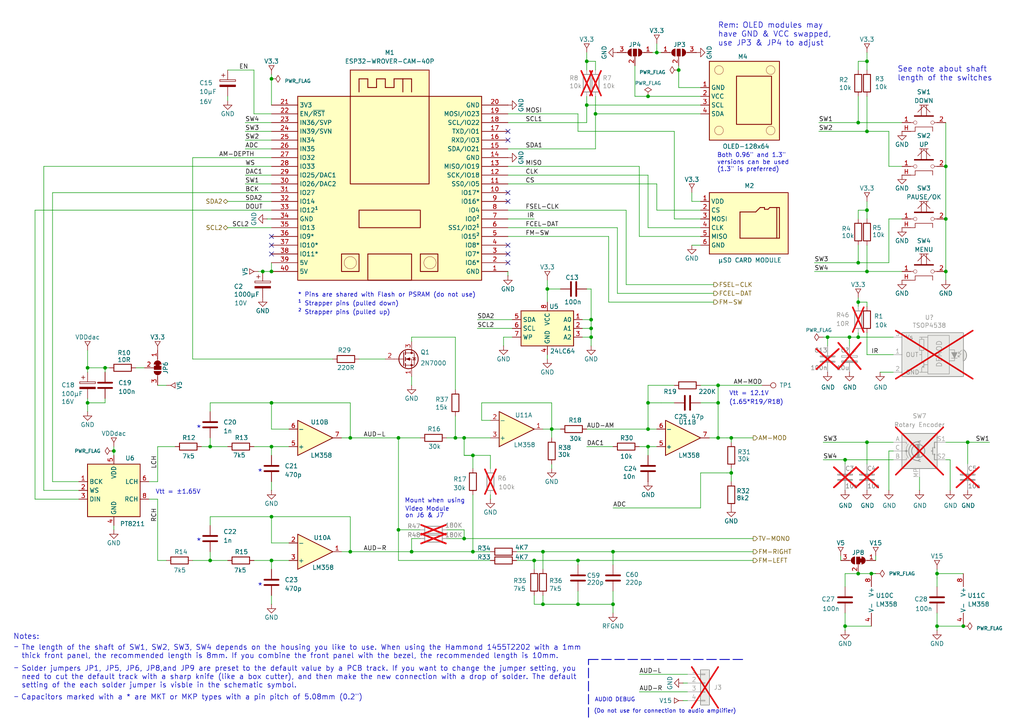
<source format=kicad_sch>
(kicad_sch (version 20231120) (generator "eeschema") (generator_version "8.0")
  (paper "A4")
  (title_block (title "ESP32 Micro Radio Station") (date "2024-04-26") (rev "1.7") (company "ESP32, GUI, Audio, EEPROM"))
  (lib_symbols
    (symbol "!Gloeidraad:15V" (power) (pin_names (offset 0))
      (property "Value" "15V" (at 0 3.556 0))
      (symbol "15V_1_1"
        (pin power_in line (at 0 0 180) (length 0) hide (name "V15") (number "1"))
      )
    )
    (symbol "!Gloeidraad:3V3" (power) (pin_names (offset 0))
      (property "Value" "3V3" (at 0 3.556 0))
      (symbol "3V3_1_1"
        (pin power_in line (at 0 0 180) (length 0) hide (name "V3.3") (number "1"))
      )
    )
    (symbol "!Gloeidraad:5V" (power) (pin_names (offset 0))
      (property "Value" "5V" (at 0 3.556 0))
      (symbol "5V_1_1"
        (pin power_in line (at 0 0 180) (length 0) hide (name "V5") (number "1"))
      )
    )
    (symbol "!Gloeidraad:ESP32-WROVER-CAM-40P"
      (property "Reference" "M" (at 3.048 -4.064 0))
      (property "Value" "ESP32-WROVER-CAM-40P" (at 25.273 -50.3936 0))
      (symbol "ESP32-WROVER-CAM-40P_1_0"
        (pin power_in line (at 60.96 -58.42 180) (length 7.62) (name "GND") (number "1"))
        (pin passive line (at 60.96 -35.56 180) (length 7.62) (name "IO17*") (number "10"))
        (pin passive line (at 60.96 -33.02 180) (length 7.62) (name "SS0/IO5") (number "11"))
        (pin passive line (at 60.96 -30.48 180) (length 7.62) (name "SCK/IO18") (number "12"))
        (pin passive line (at 60.96 -27.94 180) (length 7.62) (name "MISO/IO19") (number "13"))
        (pin power_in line (at 60.96 -25.4 180) (length 7.62) (name "GND") (number "14"))
        (pin passive line (at 60.96 -22.86 180) (length 7.62) (name "SDA/IO21") (number "15"))
        (pin passive line (at 60.96 -20.32 180) (length 7.62) (name "RXD/IO3") (number "16"))
        (pin passive line (at 60.96 -17.78 180) (length 7.62) (name "TXD/IO1") (number "17"))
        (pin passive line (at 60.96 -15.24 180) (length 7.62) (name "SCL/IO22") (number "18"))
        (pin passive line (at 60.96 -12.7 180) (length 7.62) (name "MOSI/IO23") (number "19"))
        (pin passive line (at 60.96 -55.88 180) (length 7.62) (name "IO6*") (number "2"))
        (pin power_in line (at 60.96 -10.16 180) (length 7.62) (name "GND") (number "20"))
        (pin power_in line (at -7.62 -10.16 0) (length 7.62) (name "3V3") (number "21"))
        (pin passive line (at -7.62 -12.7 0) (length 7.62) (name "EN/~{RST}") (number "22"))
        (pin passive line (at -7.62 -15.24 0) (length 7.62) (name "IN36/SVP") (number "23"))
        (pin passive line (at -7.62 -17.78 0) (length 7.62) (name "IN39/SVN") (number "24"))
        (pin passive line (at -7.62 -20.32 0) (length 7.62) (name "IN34") (number "25"))
        (pin passive line (at -7.62 -22.86 0) (length 7.62) (name "IN35") (number "26"))
        (pin passive line (at -7.62 -25.4 0) (length 7.62) (name "IO32") (number "27"))
        (pin passive line (at -7.62 -27.94 0) (length 7.62) (name "IO33") (number "28"))
        (pin passive line (at -7.62 -30.48 0) (length 7.62) (name "IO25/DAC1") (number "29"))
        (pin passive line (at 60.96 -53.34 180) (length 7.62) (name "IO7*") (number "3"))
        (pin passive line (at -7.62 -33.02 0) (length 7.62) (name "IO26/DAC2") (number "30"))
        (pin passive line (at -7.62 -35.56 0) (length 7.62) (name "IO27") (number "31"))
        (pin passive line (at -7.62 -38.1 0) (length 7.62) (name "IO14") (number "32"))
        (pin passive line (at -7.62 -40.64 0) (length 7.62) (name "IO12¹") (number "33"))
        (pin power_in line (at -7.62 -43.18 0) (length 7.62) (name "GND") (number "34"))
        (pin passive line (at -7.62 -45.72 0) (length 7.62) (name "IO13") (number "35"))
        (pin passive line (at -7.62 -48.26 0) (length 7.62) (name "IO9*") (number "36"))
        (pin passive line (at -7.62 -50.8 0) (length 7.62) (name "IO10*") (number "37"))
        (pin passive line (at -7.62 -53.34 0) (length 7.62) (name "IO11*") (number "38"))
        (pin power_in line (at -7.62 -55.88 0) (length 7.62) (name "5V") (number "39"))
        (pin passive line (at 60.96 -50.8 180) (length 7.62) (name "IO8*") (number "4"))
        (pin power_in line (at -7.62 -58.42 0) (length 7.62) (name "5V") (number "40"))
        (pin passive line (at 60.96 -48.26 180) (length 7.62) (name "IO15²") (number "5"))
        (pin passive line (at 60.96 -45.72 180) (length 7.62) (name "SS1/IO2¹") (number "6"))
        (pin passive line (at 60.96 -43.18 180) (length 7.62) (name "IO0²") (number "7"))
        (pin passive line (at 60.96 -40.64 180) (length 7.62) (name "IO4") (number "8"))
        (pin passive line (at 60.96 -38.1 180) (length 7.62) (name "IO16*") (number "9"))
      )
    )
    (symbol "!Gloeidraad:MOD-MICRO-SD-CARD"
      (property "Reference" "M" (at -11.43 8.89 0))
      (property "Value" "µSD CARD MODULE" (at -11.43 -11.43 0))
      (symbol "MOD-MICRO-SD-CARD_1_0"
        (pin power_in line (at -13.97 6.35 0) (length 2.54) (name "VDD") (number "1"))
        (pin passive line (at -13.97 3.81 0) (length 2.54) (name "CS") (number "2"))
        (pin passive line (at -13.97 1.27 0) (length 2.54) (name "MOSI") (number "3"))
        (pin passive line (at -13.97 -1.27 0) (length 2.54) (name "CLK") (number "4"))
        (pin passive line (at -13.97 -3.81 0) (length 2.54) (name "MISO") (number "5"))
        (pin power_in line (at -13.97 -6.35 0) (length 2.54) (name "GND") (number "6"))
      )
    )
    (symbol "!Gloeidraad:MOD-OLED-27X27MM-4P1G"
      (property "Reference" "M" (at -9.525 11.43 0))
      (property "Value" "MOD-OLED-27X27MM-4P1G" (at 0 -7.62 0))
      (symbol "MOD-OLED-27X27MM-4P1G_1_0"
        (pin power_in line (at -12.7 2.54 0) (length 2.54) (name "GND") (number "1"))
        (pin power_in line (at -12.7 0 0) (length 2.54) (name "VCC") (number "2"))
        (pin passive line (at -12.7 -2.54 0) (length 2.54) (name "SCL") (number "3"))
        (pin passive line (at -12.7 -5.08 0) (length 2.54) (name "SDA") (number "4"))
      )
    )
    (symbol "!Gloeidraad:PT8211"
      (property "Reference" "U" (at 2.54 10.16 0))
      (property "Value" "PT8211" (at 2.54 7.62 0))
      (symbol "PT8211_1_0"
        (pin input line (at -10.16 2.54 0) (length 2.54) (name "BCK") (number "1"))
        (pin input line (at -10.16 0 0) (length 2.54) (name "WS") (number "2"))
        (pin input line (at -10.16 -2.54 0) (length 2.54) (name "DIN") (number "3"))
        (pin power_in line (at 0 -10.16 90) (length 2.54) (name "GND") (number "4"))
        (pin power_in line (at 0 10.16 270) (length 2.54) (name "VDD") (number "5"))
        (pin passive line (at 10.16 2.54 180) (length 2.54) (name "LCH") (number "6"))
        (pin no_connect line (at 10.16 0 180) (length 2.54) hide (name "NC") (number "7"))
        (pin passive line (at 10.16 -2.54 180) (length 2.54) (name "RCH") (number "8"))
      )
    )
    (symbol "!Gloeidraad:RFGND" (power) (pin_names (offset 0))
      (property "Value" "RFGND" (at 0 -3.81 0))
      (symbol "RFGND_1_1"
        (pin power_in line (at 0 0 270) (length 0) hide (name "RFGND") (number "1"))
      )
    )
    (symbol "!Gloeidraad:SW_PUSHBUTTON-2P-ANGLED"
      (property "Reference" "SW" (at 0 3.556 0))
      (property "Value" "SW-PUSHBUT-6X6-V" (at 3.81 5.334 0))
      (symbol "SW_PUSHBUTTON-2P-ANGLED_1_0"
        (pin passive line (at 6.35 -2.54 180) (length 2.54) (name "1") (number "1"))
        (pin passive line (at -6.35 -2.54 0) (length 2.54) (name "2") (number "2"))
      )
      (symbol "SW_PUSHBUTTON-2P-ANGLED_1_1"
        (pin passive line (at 6.35 -5.08 180) (length 2.54) (name "") (number "H"))
      )
    )
    (symbol "!Gloeidraad:VDDdac" (power) (pin_names (offset 0))
      (property "Value" "VDDdac" (at 0 3.556 0))
      (symbol "VDDdac_1_1"
        (pin power_in line (at 0 0 180) (length 0) hide (name "VDDdac") (number "1"))
      )
    )
    (symbol "Amplifier_Operational:LMV358" (pin_names (offset 0.127))
      (property "Reference" "U" (at 0 5.08 0))
      (property "Value" "LMV358" (at 0 -5.08 0))
      (symbol "LMV358_1_1"
        (pin output line (at 7.62 0 180) (length 2.54) (name "~") (number "1"))
        (pin input line (at -7.62 -2.54 0) (length 2.54) (name "-") (number "2"))
        (pin input line (at -7.62 2.54 0) (length 2.54) (name "+") (number "3"))
      )
      (symbol "LMV358_2_1"
        (pin input line (at -7.62 2.54 0) (length 2.54) (name "+") (number "5"))
        (pin input line (at -7.62 -2.54 0) (length 2.54) (name "-") (number "6"))
        (pin output line (at 7.62 0 180) (length 2.54) (name "~") (number "7"))
      )
      (symbol "LMV358_3_1"
        (pin power_in line (at -2.54 -7.62 90) (length 3.81) (name "V-") (number "4"))
        (pin power_in line (at -2.54 7.62 270) (length 3.81) (name "V+") (number "8"))
      )
    )
    (symbol "Connector:TestPoint" (pin_numbers hide) (pin_names (offset 0.762) hide)
      (property "Reference" "TP" (at 0 6.858 0))
      (property "Value" "TestPoint" (at 0 5.08 0))
      (symbol "TestPoint_1_1"
        (pin passive line (at 0 0 90) (length 2.54) (name "1") (number "1"))
      )
    )
    (symbol "Connector_Generic:Conn_01x04" (pin_names (offset 1.016) hide)
      (property "Reference" "J" (at 0 5.08 0))
      (property "Value" "Conn_01x04" (at 0 -7.62 0))
      (symbol "Conn_01x04_1_1"
        (pin passive line (at -5.08 2.54 0) (length 3.81) (name "Pin_1") (number "1"))
        (pin passive line (at -5.08 0 0) (length 3.81) (name "Pin_2") (number "2"))
        (pin passive line (at -5.08 -2.54 0) (length 3.81) (name "Pin_3") (number "3"))
        (pin passive line (at -5.08 -5.08 0) (length 3.81) (name "Pin_4") (number "4"))
      )
    )
    (symbol "Device:C" (pin_numbers hide) (pin_names (offset 0.254))
      (property "Reference" "C" (at 0.635 2.54 0))
      (property "Value" "C" (at 0.635 -2.54 0))
      (symbol "C_1_1"
        (pin passive line (at 0 3.81 270) (length 2.794) (name "~") (number "1"))
        (pin passive line (at 0 -3.81 90) (length 2.794) (name "~") (number "2"))
      )
    )
    (symbol "Device:C_Polarized" (pin_numbers hide) (pin_names (offset 0.254))
      (property "Reference" "C" (at 0.635 2.54 0))
      (property "Value" "C_Polarized" (at 0.635 -2.54 0))
      (symbol "C_Polarized_1_1"
        (pin passive line (at 0 3.81 270) (length 2.794) (name "~") (number "1"))
        (pin passive line (at 0 -3.81 90) (length 2.794) (name "~") (number "2"))
      )
    )
    (symbol "Device:R" (pin_numbers hide) (pin_names (offset 0))
      (property "Reference" "R" (at 2.032 0 90))
      (property "Value" "R" (at 0 0 90))
      (symbol "R_1_1"
        (pin passive line (at 0 3.81 270) (length 1.27) (name "~") (number "1"))
        (pin passive line (at 0 -3.81 90) (length 1.27) (name "~") (number "2"))
      )
    )
    (symbol "Device:RotaryEncoder_Switch_MP" (pin_names (offset 0.254) hide)
      (property "Reference" "SW" (at 0 8.89 0))
      (property "Value" "RotaryEncoder_Switch_MP" (at 0 6.35 0))
      (symbol "RotaryEncoder_Switch_MP_1_1"
        (pin passive line (at -7.62 2.54 0) (length 2.54) (name "A") (number "A"))
        (pin passive line (at -7.62 -2.54 0) (length 2.54) (name "B") (number "B"))
        (pin passive line (at -7.62 0 0) (length 2.54) (name "C") (number "C"))
        (pin passive line (at 0 -7.62 90) (length 2.54) (name "MP") (number "MP"))
        (pin passive line (at 7.62 2.54 180) (length 2.54) (name "S1") (number "S1"))
        (pin passive line (at 7.62 -2.54 180) (length 2.54) (name "S2") (number "S2"))
      )
    )
    (symbol "Interface_Optical:TSOP45xx" (pin_names (offset 1.016))
      (property "Reference" "U" (at -10.16 7.62 0))
      (property "Value" "TSOP45xx" (at -10.16 -7.62 0))
      (symbol "TSOP45xx_0_0"
        (text "DEMOD" (at -3.175 0.254 900) (effects (font (size 1.524 1.524))))
      )
      (symbol "TSOP45xx_1_1"
        (pin output line (at 10.16 0 180) (length 2.54) (name "OUT") (number "1"))
        (pin power_in line (at 10.16 -5.08 180) (length 2.54) (name "GND") (number "2"))
        (pin power_in line (at 10.16 5.08 180) (length 2.54) (name "Vs") (number "3"))
      )
    )
    (symbol "Jumper:SolderJumper_3_Bridged12" (pin_names (offset 0) hide)
      (property "Reference" "JP" (at -2.54 -2.54 0))
      (property "Value" "SolderJumper_3_Bridged12" (at 0 2.794 0))
      (symbol "SolderJumper_3_Bridged12_1_1"
        (pin passive line (at -5.08 0 0) (length 2.54) (name "A") (number "1"))
        (pin passive line (at 0 -3.81 90) (length 2.54) (name "C") (number "2"))
        (pin passive line (at 5.08 0 180) (length 2.54) (name "B") (number "3"))
      )
    )
    (symbol "Jumper:SolderJumper_3_Open" (pin_names (offset 0) hide)
      (property "Reference" "JP" (at -2.54 -2.54 0))
      (property "Value" "SolderJumper_3_Open" (at 0 2.794 0))
      (symbol "SolderJumper_3_Open_1_1"
        (pin passive line (at -5.08 0 0) (length 2.54) (name "A") (number "1"))
        (pin passive line (at 0 -3.81 90) (length 2.54) (name "C") (number "2"))
        (pin passive line (at 5.08 0 180) (length 2.54) (name "B") (number "3"))
      )
    )
    (symbol "Memory_EEPROM:24LC64"
      (property "Reference" "U" (at -6.35 6.35 0))
      (property "Value" "24LC64" (at 1.27 6.35 0))
      (symbol "24LC64_1_1"
        (pin input line (at -10.16 2.54 0) (length 2.54) (name "A0") (number "1"))
        (pin input line (at -10.16 0 0) (length 2.54) (name "A1") (number "2"))
        (pin input line (at -10.16 -2.54 0) (length 2.54) (name "A2") (number "3"))
        (pin power_in line (at 0 -7.62 90) (length 2.54) (name "GND") (number "4"))
        (pin bidirectional line (at 10.16 2.54 180) (length 2.54) (name "SDA") (number "5"))
        (pin input line (at 10.16 0 180) (length 2.54) (name "SCL") (number "6"))
        (pin input line (at 10.16 -2.54 180) (length 2.54) (name "WP") (number "7"))
        (pin power_in line (at 0 7.62 270) (length 2.54) (name "VCC") (number "8"))
      )
    )
    (symbol "Transistor_FET:2N7000" (pin_names hide)
      (property "Reference" "Q" (at 5.08 1.905 0))
      (property "Value" "2N7000" (at 5.08 0 0))
      (symbol "2N7000_1_1"
        (pin passive line (at 2.54 -5.08 90) (length 2.54) (name "S") (number "1"))
        (pin input line (at -5.08 0 0) (length 2.54) (name "G") (number "2"))
        (pin passive line (at 2.54 5.08 270) (length 2.54) (name "D") (number "3"))
      )
    )
    (symbol "power:GND" (power) (pin_numbers hide) (pin_names (offset 0) hide)
      (property "Value" "GND" (at 0 -3.81 0))
      (symbol "GND_1_1"
        (pin power_in line (at 0 0 270) (length 0) (name "~") (number "1"))
      )
    )
    (symbol "power:PWR_FLAG" (power) (pin_numbers hide) (pin_names (offset 0) hide)
      (property "Value" "PWR_FLAG" (at 0 3.81 0))
      (symbol "PWR_FLAG_0_0"
        (pin power_out line (at 0 0 90) (length 0) (name "~") (number "1"))
      )
    )
  )
  (junction (at 78.74 129.54))
  (junction (at 78.74 78.74))
  (junction (at 280.67 128.27))
  (junction (at 196.85 20.32))
  (junction (at 240.03 97.79))
  (junction (at 248.92 166.37))
  (junction (at 187.96 116.84))
  (junction (at 251.46 78.74))
  (junction (at 171.45 95.25))
  (junction (at 251.46 128.27))
  (junction (at 208.28 116.84))
  (junction (at 177.8 160.02))
  (junction (at 33.02 130.81))
  (junction (at 76.2 78.74))
  (junction (at 115.57 127))
  (junction (at 170.18 30.48))
  (junction (at 274.32 63.5))
  (junction (at 137.16 132.08))
  (junction (at 78.74 22.86))
  (junction (at 30.48 106.68))
  (junction (at 172.72 33.02))
  (junction (at 115.57 153.67))
  (junction (at 274.32 78.74))
  (junction (at 25.4 106.68))
  (junction (at 78.74 162.56))
  (junction (at 160.02 124.46))
  (junction (at 137.16 160.02))
  (junction (at 132.08 127))
  (junction (at 246.38 97.79))
  (junction (at 171.45 97.79))
  (junction (at 279.4 181.61))
  (junction (at 208.28 127))
  (junction (at 78.74 116.84))
  (junction (at 170.18 17.78))
  (junction (at 248.92 76.2))
  (junction (at 157.48 160.02))
  (junction (at 60.96 129.54))
  (junction (at 248.92 87.63))
  (junction (at 245.11 133.35))
  (junction (at 171.45 92.71))
  (junction (at 245.11 181.61))
  (junction (at 134.62 127))
  (junction (at 167.64 162.56))
  (junction (at 208.28 111.76))
  (junction (at 101.6 160.02))
  (junction (at 271.78 181.61))
  (junction (at 251.46 38.1))
  (junction (at 167.64 175.26))
  (junction (at 60.96 162.56))
  (junction (at 177.8 175.26))
  (junction (at 248.92 35.56))
  (junction (at 101.6 127))
  (junction (at 271.78 166.37))
  (junction (at 187.96 129.54))
  (junction (at 274.32 48.26))
  (junction (at 212.09 127))
  (junction (at 248.92 97.79))
  (junction (at 157.48 175.26))
  (junction (at 154.94 162.56))
  (junction (at 251.46 17.78))
  (junction (at 158.75 83.82))
  (junction (at 119.38 160.02))
  (junction (at 78.74 149.86))
  (junction (at 187.96 27.94))
  (junction (at 25.4 116.84))
  (junction (at 134.62 156.21))
  (junction (at 251.46 60.96))
  (junction (at 252.73 166.37))
  (junction (at 212.09 137.16))
  (junction (at 187.96 124.46))
  (junction (at 190.5 15.24))
  (no_connect (at 78.74 71.12))
  (no_connect (at 147.32 40.64))
  (no_connect (at 78.74 68.58))
  (no_connect (at 147.32 58.42))
  (no_connect (at 147.32 38.1))
  (no_connect (at 147.32 76.2))
  (no_connect (at 147.32 71.12))
  (no_connect (at 78.74 73.66))
  (no_connect (at 147.32 73.66))
  (no_connect (at 147.32 55.88))
  (wire (pts (xy 60.96 116.84) (xy 78.74 116.84)) (stroke (width 0.15)))
  (wire (pts (xy 208.28 127) (xy 205.74 127)) (stroke (width 0.15)))
  (wire (pts (xy 236.22 78.74) (xy 251.46 78.74)) (stroke (width 0.15)))
  (wire (pts (xy 171.45 83.82) (xy 170.18 83.82)) (stroke (width 0.15)))
  (wire (pts (xy 160.02 124.46) (xy 162.56 124.46)) (stroke (width 0.15)))
  (wire (pts (xy 158.75 83.82) (xy 162.56 83.82)) (stroke (width 0.15)))
  (wire (pts (xy 171.45 95.25) (xy 171.45 92.71)) (stroke (width 0.15)))
  (wire (pts (xy 271.78 181.61) (xy 271.78 182.88)))
  (wire (pts (xy 274.32 63.5) (xy 274.32 78.74)) (stroke (width 0.15)))
  (wire (pts (xy 60.96 152.4) (xy 60.96 149.86)) (stroke (width 0.15)))
  (wire (pts (xy 158.75 102.87) (xy 158.75 104.14)))
  (wire (pts (xy 132.08 127) (xy 132.08 120.65)) (stroke (width 0.15)))
  (wire (pts (xy 73.66 20.32) (xy 66.04 20.32)) (stroke (width 0.15)))
  (wire (pts (xy 119.38 97.79) (xy 119.38 99.06)) (stroke (width 0.15)))
  (wire (pts (xy 203.2 71.12) (xy 200.66 71.12)) (stroke (width 0.15)))
  (wire (pts (xy 251.46 20.32) (xy 251.46 17.78)) (stroke (width 0.15)))
  (wire (pts (xy 142.24 162.56) (xy 115.57 162.56)) (stroke (width 0.15)))
  (wire (pts (xy 190.5 53.34) (xy 190.5 60.96)) (stroke (width 0.15)))
  (wire (pts (xy 208.28 111.76) (xy 208.28 116.84)) (stroke (width 0.15)))
  (wire (pts (xy 251.46 87.63) (xy 251.46 88.9)))
  (wire (pts (xy 251.46 38.1) (xy 251.46 27.94)) (stroke (width 0.15)))
  (wire (pts (xy 274.32 48.26) (xy 274.32 63.5)) (stroke (width 0.15)))
  (wire (pts (xy 78.74 43.18) (xy 71.12 43.18)) (stroke (width 0.15)))
  (wire (pts (xy 15.24 139.7) (xy 22.86 139.7)) (stroke (width 0.15)))
  (wire (pts (xy 101.6 127) (xy 115.57 127)) (stroke (width 0.15)))
  (wire (pts (xy 208.28 127) (xy 210.82 127)) (stroke (width 0.15)))
  (wire (pts (xy 212.09 127) (xy 212.09 128.27)))
  (wire (pts (xy 187.96 50.8) (xy 147.32 50.8)) (stroke (width 0.15)))
  (wire (pts (xy 251.46 78.74) (xy 261.62 78.74)) (stroke (width 0.15)))
  (wire (pts (xy 181.61 60.96) (xy 147.32 60.96)) (stroke (width 0.15)))
  (wire (pts (xy 60.96 162.56) (xy 66.04 162.56)) (stroke (width 0.15)))
  (wire (pts (xy 177.8 160.02) (xy 218.44 160.02)) (stroke (width 0.15)))
  (wire (pts (xy 73.66 33.02) (xy 73.66 20.32)) (stroke (width 0.15)))
  (wire (pts (xy 30.48 106.68) (xy 31.75 106.68)) (stroke (width 0.15)))
  (wire (pts (xy 203.2 116.84) (xy 208.28 116.84)) (stroke (width 0.15)))
  (wire (pts (xy 167.64 175.26) (xy 167.64 171.45)) (stroke (width 0.15)))
  (wire (pts (xy 58.42 129.54) (xy 60.96 129.54)) (stroke (width 0.15)))
  (wire (pts (xy 274.32 81.28) (xy 274.32 78.74)))
  (wire (pts (xy 171.45 92.71) (xy 168.91 92.71)) (stroke (width 0.15)))
  (wire (pts (xy 154.94 162.56) (xy 167.64 162.56)) (stroke (width 0.15)))
  (wire (pts (xy 191.77 116.84) (xy 195.58 116.84)))
  (wire (pts (xy 76.2 78.74) (xy 78.74 78.74)))
  (wire (pts (xy 187.96 129.54) (xy 190.5 129.54)) (stroke (width 0.15)))
  (wire (pts (xy 185.42 68.58) (xy 185.42 48.26)) (stroke (width 0.15)))
  (wire (pts (xy 245.11 181.61) (xy 252.73 181.61)) (stroke (width 0.15)))
  (wire (pts (xy 142.24 160.02) (xy 137.16 160.02)) (stroke (width 0.15)))
  (wire (pts (xy 33.02 130.81) (xy 33.02 129.54)) (stroke (width 0.15)))
  (wire (pts (xy 78.74 30.48) (xy 78.74 22.86)) (stroke (width 0.15)))
  (wire (pts (xy 275.59 133.35) (xy 274.32 133.35)))
  (wire (pts (xy 190.5 15.24) (xy 191.77 15.24)))
  (wire (pts (xy 251.46 17.78) (xy 251.46 15.24)) (stroke (width 0.15)))
  (wire (pts (xy 257.81 38.1) (xy 251.46 38.1)) (stroke (width 0.15)))
  (wire (pts (xy 139.7 121.92) (xy 139.7 116.84)) (stroke (width 0.15)))
  (wire (pts (xy 177.8 177.8) (xy 177.8 175.26)))
  (wire (pts (xy 203.2 68.58) (xy 185.42 68.58)) (stroke (width 0.15)))
  (wire (pts (xy 198.12 203.2) (xy 199.39 203.2)))
  (wire (pts (xy 187.96 116.84) (xy 187.96 111.76)) (stroke (width 0.15)))
  (wire (pts (xy 185.42 195.58) (xy 199.39 195.58)) (stroke (width 0.15)))
  (wire (pts (xy 177.8 147.32) (xy 203.2 147.32)))
  (wire (pts (xy 170.18 27.94) (xy 170.18 30.48)) (stroke (width 0.15)))
  (wire (pts (xy 78.74 55.88) (xy 15.24 55.88)) (stroke (width 0.15)))
  (wire (pts (xy 257.81 63.5) (xy 261.62 63.5)) (stroke (width 0.15)))
  (wire (pts (xy 257.81 48.26) (xy 257.81 38.1)) (stroke (width 0.15)))
  (wire (pts (xy 154.94 165.1) (xy 154.94 162.56)) (stroke (width 0.15)))
  (wire (pts (xy 60.96 129.54) (xy 66.04 129.54)) (stroke (width 0.15)))
  (wire (pts (xy 238.76 128.27) (xy 251.46 128.27)))
  (wire (pts (xy 148.59 95.25) (xy 138.43 95.25)) (stroke (width 0.15)))
  (wire (pts (xy 170.18 17.78) (xy 170.18 15.24)) (stroke (width 0.15)))
  (wire (pts (xy 245.11 181.61) (xy 245.11 177.8)) (stroke (width 0.15)))
  (wire (pts (xy 172.72 43.18) (xy 172.72 33.02)) (stroke (width 0.15)))
  (wire (pts (xy 119.38 156.21) (xy 119.38 160.02)))
  (wire (pts (xy 190.5 12.7) (xy 190.5 13.97)) (stroke (width 0.15)))
  (wire (pts (xy 248.92 166.37) (xy 252.73 166.37)) (stroke (width 0.15)))
  (wire (pts (xy 115.57 153.67) (xy 119.38 153.67)) (stroke (width 0.15)))
  (wire (pts (xy 45.72 144.78) (xy 43.18 144.78)) (stroke (width 0.15)))
  (wire (pts (xy 189.23 15.24) (xy 190.5 15.24)))
  (wire (pts (xy 83.82 129.54) (xy 78.74 129.54)) (stroke (width 0.15)))
  (wire (pts (xy 274.32 128.27) (xy 280.67 128.27)))
  (wire (pts (xy 111.76 104.14) (xy 104.14 104.14)) (stroke (width 0.15)))
  (wire (pts (xy 158.75 85.09) (xy 158.75 83.82)) (stroke (width 0.15)))
  (wire (pts (xy 171.45 97.79) (xy 168.91 97.79)) (stroke (width 0.15)))
  (wire (pts (xy 39.37 106.68) (xy 41.91 106.68)))
  (wire (pts (xy 78.74 48.26) (xy 12.7 48.26)) (stroke (width 0.15)))
  (wire (pts (xy 195.58 63.5) (xy 195.58 38.1)) (stroke (width 0.15)))
  (wire (pts (xy 134.62 156.21) (xy 218.44 156.21)))
  (wire (pts (xy 137.16 132.08) (xy 134.62 132.08)) (stroke (width 0.15)))
  (wire (pts (xy 66.04 58.42) (xy 78.74 58.42)))
  (wire (pts (xy 196.85 20.32) (xy 196.85 25.4)))
  (wire (pts (xy 187.96 124.46) (xy 170.18 124.46)) (stroke (width 0.15)))
  (wire (pts (xy 274.32 35.56) (xy 274.32 48.26)) (stroke (width 0.15)))
  (wire (pts (xy 147.32 53.34) (xy 190.5 53.34)) (stroke (width 0.15)))
  (wire (pts (xy 25.4 106.68) (xy 25.4 107.95)) (stroke (width 0.15)))
  (wire (pts (xy 48.26 111.76) (xy 45.72 111.76)))
  (wire (pts (xy 78.74 116.84) (xy 78.74 124.46)) (stroke (width 0.15)))
  (wire (pts (xy 55.88 45.72) (xy 55.88 104.14)) (stroke (width 0.15)))
  (wire (pts (xy 187.96 27.94) (xy 203.2 27.94)) (stroke (width 0.15)))
  (wire (pts (xy 171.45 95.25) (xy 171.45 97.79)) (stroke (width 0.15)))
  (wire (pts (xy 245.11 133.35) (xy 259.08 133.35)))
  (wire (pts (xy 78.74 165.1) (xy 78.74 162.56)) (stroke (width 0.15)))
  (wire (pts (xy 146.05 100.33) (xy 146.05 97.79)) (stroke (width 0.15)))
  (wire (pts (xy 101.6 116.84) (xy 101.6 127)) (stroke (width 0.15)))
  (wire (pts (xy 208.28 111.76) (xy 220.98 111.76)) (stroke (width 0.15)))
  (wire (pts (xy 78.74 35.56) (xy 71.12 35.56)) (stroke (width 0.15)))
  (wire (pts (xy 55.88 162.56) (xy 60.96 162.56)) (stroke (width 0.15)))
  (wire (pts (xy 149.86 162.56) (xy 154.94 162.56)) (stroke (width 0.15)))
  (wire (pts (xy 251.46 128.27) (xy 259.08 128.27)))
  (wire (pts (xy 66.04 27.94) (xy 66.04 29.21)))
  (wire (pts (xy 12.7 142.24) (xy 22.86 142.24)) (stroke (width 0.15)))
  (wire (pts (xy 119.38 153.67) (xy 121.92 153.67)))
  (wire (pts (xy 251.46 96.52) (xy 251.46 102.87)))
  (wire (pts (xy 252.73 166.37) (xy 254 166.37)))
  (wire (pts (xy 10.16 144.78) (xy 22.86 144.78)) (stroke (width 0.15)))
  (wire (pts (xy 12.7 48.26) (xy 12.7 142.24)) (stroke (width 0.15)))
  (wire (pts (xy 203.2 137.16) (xy 203.2 147.32)) (stroke (width 0.15)))
  (wire (pts (xy 248.92 60.96) (xy 248.92 63.5)) (stroke (width 0.15)))
  (wire (pts (xy 248.92 96.52) (xy 248.92 97.79)))
  (wire (pts (xy 25.4 119.38) (xy 25.4 116.84)) (stroke (width 0.15)))
  (wire (pts (xy 154.94 172.72) (xy 154.94 175.26)) (stroke (width 0.15)))
  (wire (pts (xy 158.75 87.63) (xy 158.75 85.09)))
  (wire (pts (xy 50.8 129.54) (xy 45.72 129.54)) (stroke (width 0.15)))
  (wire (pts (xy 157.48 175.26) (xy 167.64 175.26)) (stroke (width 0.15)))
  (wire (pts (xy 78.74 175.26) (xy 78.74 172.72)))
  (wire (pts (xy 207.01 87.63) (xy 176.53 87.63)) (stroke (width 0.15)))
  (wire (pts (xy 238.76 97.79) (xy 240.03 97.79)))
  (wire (pts (xy 78.74 149.86) (xy 78.74 157.48)) (stroke (width 0.15)))
  (wire (pts (xy 167.64 162.56) (xy 167.64 163.83)) (stroke (width 0.15)))
  (wire (pts (xy 248.92 35.56) (xy 261.62 35.56)) (stroke (width 0.15)))
  (wire (pts (xy 119.38 156.21) (xy 121.92 156.21)))
  (wire (pts (xy 142.24 143.51) (xy 142.24 144.78)))
  (wire (pts (xy 252.73 166.37) (xy 254 166.37)) (stroke (width 0.15)))
  (wire (pts (xy 251.46 60.96) (xy 248.92 60.96)) (stroke (width 0.15)))
  (wire (pts (xy 25.4 116.84) (xy 25.4 115.57)) (stroke (width 0.15)))
  (wire (pts (xy 196.85 19.05) (xy 196.85 20.32)))
  (wire (pts (xy 245.11 166.37) (xy 248.92 166.37)) (stroke (width 0.15)))
  (wire (pts (xy 78.74 149.86) (xy 101.6 149.86)) (stroke (width 0.15)))
  (wire (pts (xy 251.46 78.74) (xy 251.46 71.12)) (stroke (width 0.15)))
  (wire (pts (xy 185.42 48.26) (xy 147.32 48.26)) (stroke (width 0.15)))
  (wire (pts (xy 167.64 38.1) (xy 167.64 33.02)) (stroke (width 0.15)))
  (wire (pts (xy 158.75 83.82) (xy 158.75 81.28)) (stroke (width 0.15)))
  (wire (pts (xy 248.92 76.2) (xy 257.81 76.2)) (stroke (width 0.15)))
  (wire (pts (xy 78.74 22.86) (xy 78.74 21.59)) (stroke (width 0.15)))
  (wire (pts (xy 115.57 127) (xy 121.92 127)) (stroke (width 0.15)))
  (wire (pts (xy 115.57 153.67) (xy 115.57 127)) (stroke (width 0.15)))
  (wire (pts (xy 275.59 142.24) (xy 275.59 133.35)))
  (wire (pts (xy 147.32 43.18) (xy 172.72 43.18)) (stroke (width 0.15)))
  (wire (pts (xy 212.09 137.16) (xy 210.82 137.16)))
  (wire (pts (xy 147.32 63.5) (xy 154.94 63.5)) (stroke (width 0.15)))
  (wire (pts (xy 33.02 132.08) (xy 33.02 130.81)) (stroke (width 0.15)))
  (wire (pts (xy 187.96 111.76) (xy 195.58 111.76)) (stroke (width 0.15)))
  (wire (pts (xy 78.74 142.24) (xy 78.74 139.7)))
  (wire (pts (xy 280.67 128.27) (xy 287.02 128.27)))
  (wire (pts (xy 271.78 166.37) (xy 271.78 167.64)) (stroke (width 0.15)))
  (wire (pts (xy 280.67 128.27) (xy 280.67 134.62)))
  (wire (pts (xy 181.61 82.55) (xy 181.61 60.96)) (stroke (width 0.15)))
  (wire (pts (xy 30.48 115.57) (xy 30.48 116.84)) (stroke (width 0.15)))
  (wire (pts (xy 55.88 104.14) (xy 96.52 104.14)) (stroke (width 0.15)))
  (wire (pts (xy 172.72 17.78) (xy 172.72 20.32)) (stroke (width 0.15)))
  (wire (pts (xy 132.08 113.03) (xy 132.08 97.79)) (stroke (width 0.15)))
  (wire (pts (xy 271.78 166.37) (xy 271.78 165.1)) (stroke (width 0.15)))
  (wire (pts (xy 137.16 143.51) (xy 137.16 160.02)) (stroke (width 0.15)))
  (wire (pts (xy 129.54 127) (xy 132.08 127)) (stroke (width 0.15)))
  (wire (pts (xy 129.54 156.21) (xy 134.62 156.21)))
  (wire (pts (xy 148.59 92.71) (xy 138.43 92.71)) (stroke (width 0.15)))
  (wire (pts (xy 203.2 66.04) (xy 187.96 66.04)) (stroke (width 0.15)))
  (wire (pts (xy 210.82 137.16) (xy 203.2 137.16)) (stroke (width 0.15)))
  (wire (pts (xy 212.09 135.89) (xy 212.09 137.16)))
  (wire (pts (xy 134.62 127) (xy 134.62 132.08)) (stroke (width 0.15)))
  (wire (pts (xy 45.72 162.56) (xy 45.72 144.78)) (stroke (width 0.15)))
  (wire (pts (xy 179.07 66.04) (xy 147.32 66.04)) (stroke (width 0.15)))
  (wire (pts (xy 149.86 160.02) (xy 157.48 160.02)))
  (wire (pts (xy 177.8 129.54) (xy 170.18 129.54)) (stroke (width 0.15)))
  (wire (pts (xy 238.76 133.35) (xy 245.11 133.35)) (stroke (width 0.15)))
  (wire (pts (xy 172.72 33.02) (xy 172.72 27.94)) (stroke (width 0.15)))
  (wire (pts (xy 60.96 129.54) (xy 60.96 127)) (stroke (width 0.15)))
  (wire (pts (xy 139.7 116.84) (xy 160.02 116.84)) (stroke (width 0.15)))
  (wire (pts (xy 48.26 162.56) (xy 45.72 162.56)) (stroke (width 0.15)))
  (wire (pts (xy 257.81 76.2) (xy 257.81 63.5)) (stroke (width 0.15)))
  (wire (pts (xy 271.78 166.37) (xy 279.4 166.37)) (stroke (width 0.15)))
  (wire (pts (xy 171.45 92.71) (xy 171.45 83.82)) (stroke (width 0.15)))
  (wire (pts (xy 177.8 160.02) (xy 177.8 163.83)) (stroke (width 0.15)))
  (wire (pts (xy 184.15 19.05) (xy 184.15 27.94)) (stroke (width 0.15)))
  (wire (pts (xy 248.92 97.79) (xy 259.08 97.79)))
  (wire (pts (xy 134.62 153.67) (xy 134.62 156.21)))
  (wire (pts (xy 176.53 87.63) (xy 176.53 68.58)) (stroke (width 0.15)))
  (wire (pts (xy 142.24 127) (xy 134.62 127)) (stroke (width 0.15)))
  (wire (pts (xy 212.09 137.16) (xy 212.09 139.7)))
  (wire (pts (xy 160.02 116.84) (xy 160.02 124.46)) (stroke (width 0.15)))
  (wire (pts (xy 45.72 129.54) (xy 45.72 139.7)) (stroke (width 0.15)))
  (wire (pts (xy 187.96 132.08) (xy 187.96 129.54)) (stroke (width 0.15)))
  (wire (pts (xy 60.96 119.38) (xy 60.96 116.84)) (stroke (width 0.15)))
  (wire (pts (xy 212.09 127) (xy 210.82 127)))
  (wire (pts (xy 157.48 175.26) (xy 157.48 172.72)) (stroke (width 0.15)))
  (wire (pts (xy 259.08 130.81) (xy 257.81 130.81)))
  (wire (pts (xy 207.01 82.55) (xy 181.61 82.55)) (stroke (width 0.15)))
  (wire (pts (xy 248.92 71.12) (xy 248.92 76.2)) (stroke (width 0.15)))
  (wire (pts (xy 101.6 160.02) (xy 99.06 160.02)) (stroke (width 0.15)))
  (wire (pts (xy 187.96 116.84) (xy 191.77 116.84)) (stroke (width 0.15)))
  (wire (pts (xy 157.48 124.46) (xy 160.02 124.46)) (stroke (width 0.15)))
  (wire (pts (xy 171.45 97.79) (xy 171.45 100.33)))
  (wire (pts (xy 248.92 87.63) (xy 248.92 88.9)))
  (wire (pts (xy 77.47 63.5) (xy 78.74 63.5)))
  (wire (pts (xy 251.46 128.27) (xy 251.46 134.62)))
  (wire (pts (xy 176.53 68.58) (xy 147.32 68.58)) (stroke (width 0.15)))
  (wire (pts (xy 137.16 132.08) (xy 142.24 132.08)))
  (wire (pts (xy 73.66 162.56) (xy 78.74 162.56)) (stroke (width 0.15)))
  (wire (pts (xy 199.39 198.12) (xy 198.12 198.12)))
  (wire (pts (xy 237.49 38.1) (xy 251.46 38.1)))
  (wire (pts (xy 134.62 132.08) (xy 137.16 132.08)))
  (wire (pts (xy 248.92 17.78) (xy 251.46 17.78)) (stroke (width 0.15)))
  (wire (pts (xy 129.54 153.67) (xy 134.62 153.67)))
  (wire (pts (xy 266.7 138.43) (xy 266.7 142.24)))
  (wire (pts (xy 60.96 149.86) (xy 78.74 149.86)) (stroke (width 0.15)))
  (wire (pts (xy 190.5 60.96) (xy 203.2 60.96)) (stroke (width 0.15)))
  (wire (pts (xy 177.8 171.45) (xy 177.8 175.26)) (stroke (width 0.15)))
  (wire (pts (xy 119.38 160.02) (xy 137.16 160.02)) (stroke (width 0.15)))
  (wire (pts (xy 203.2 111.76) (xy 208.28 111.76)) (stroke (width 0.15)))
  (wire (pts (xy 254 161.29) (xy 254 162.56)))
  (wire (pts (xy 78.74 38.1) (xy 71.12 38.1)) (stroke (width 0.15)))
  (wire (pts (xy 245.11 166.37) (xy 245.11 170.18)))
  (wire (pts (xy 78.74 53.34) (xy 71.12 53.34)) (stroke (width 0.15)))
  (wire (pts (xy 74.93 78.74) (xy 76.2 78.74)) (stroke (width 0.15)))
  (wire (pts (xy 168.91 95.25) (xy 171.45 95.25)) (stroke (width 0.15)))
  (wire (pts (xy 160.02 124.46) (xy 160.02 127)))
  (wire (pts (xy 255.27 107.95) (xy 259.08 107.95)))
  (wire (pts (xy 78.74 129.54) (xy 73.66 129.54)) (stroke (width 0.15)))
  (wire (pts (xy 251.46 58.42) (xy 251.46 60.96)) (stroke (width 0.15)))
  (wire (pts (xy 246.38 100.33) (xy 246.38 97.79)))
  (wire (pts (xy 78.74 132.08) (xy 78.74 129.54)) (stroke (width 0.15)))
  (wire (pts (xy 66.04 66.04) (xy 78.74 66.04)))
  (wire (pts (xy 187.96 116.84) (xy 187.96 124.46)) (stroke (width 0.15)))
  (wire (pts (xy 137.16 132.08) (xy 137.16 135.89)) (stroke (width 0.15)))
  (wire (pts (xy 101.6 149.86) (xy 101.6 160.02)) (stroke (width 0.15)))
  (wire (pts (xy 271.78 181.61) (xy 279.4 181.61)) (stroke (width 0.15)))
  (polyline (pts (xy 170.688 191.262) (xy 215.9 191.262)) (stroke (width 0.254) (type dash)))
  (wire (pts (xy 240.03 100.33) (xy 240.03 97.79)))
  (wire (pts (xy 190.5 124.46) (xy 187.96 124.46)) (stroke (width 0.15)))
  (wire (pts (xy 78.74 50.8) (xy 71.12 50.8)) (stroke (width 0.15)))
  (wire (pts (xy 271.78 170.18) (xy 271.78 167.64)))
  (wire (pts (xy 170.18 17.78) (xy 172.72 17.78)) (stroke (width 0.15)))
  (wire (pts (xy 170.18 20.32) (xy 170.18 17.78)) (stroke (width 0.15)))
  (wire (pts (xy 170.18 30.48) (xy 170.18 35.56)) (stroke (width 0.15)))
  (wire (pts (xy 119.38 111.76) (xy 119.38 109.22)))
  (wire (pts (xy 203.2 58.42) (xy 200.66 58.42)) (stroke (width 0.15)))
  (wire (pts (xy 240.03 97.79) (xy 246.38 97.79)))
  (wire (pts (xy 251.46 102.87) (xy 259.08 102.87)))
  (wire (pts (xy 207.01 85.09) (xy 179.07 85.09)) (stroke (width 0.15)))
  (wire (pts (xy 203.2 30.48) (xy 170.18 30.48)) (stroke (width 0.15)))
  (wire (pts (xy 119.38 97.79) (xy 132.08 97.79)) (stroke (width 0.15)))
  (wire (pts (xy 184.15 27.94) (xy 187.96 27.94)) (stroke (width 0.15)))
  (wire (pts (xy 157.48 160.02) (xy 177.8 160.02)) (stroke (width 0.15)))
  (wire (pts (xy 78.74 33.02) (xy 73.66 33.02)) (stroke (width 0.15)))
  (wire (pts (xy 251.46 87.63) (xy 248.92 87.63)))
  (wire (pts (xy 170.18 35.56) (xy 147.32 35.56)) (stroke (width 0.15)))
  (wire (pts (xy 10.16 60.96) (xy 78.74 60.96)))
  (wire (pts (xy 132.08 127) (xy 134.62 127)) (stroke (width 0.15)))
  (wire (pts (xy 30.48 106.68) (xy 30.48 107.95)) (stroke (width 0.15)))
  (wire (pts (xy 203.2 33.02) (xy 172.72 33.02)) (stroke (width 0.15)))
  (wire (pts (xy 251.46 63.5) (xy 251.46 60.96)) (stroke (width 0.15)))
  (wire (pts (xy 248.92 97.79) (xy 246.38 97.79)))
  (wire (pts (xy 30.48 106.68) (xy 25.4 106.68)) (stroke (width 0.15)))
  (wire (pts (xy 78.74 116.84) (xy 101.6 116.84)) (stroke (width 0.15)))
  (wire (pts (xy 187.96 129.54) (xy 185.42 129.54)) (stroke (width 0.15)))
  (wire (pts (xy 78.74 157.48) (xy 83.82 157.48)) (stroke (width 0.15)))
  (wire (pts (xy 212.09 127) (xy 218.44 127)))
  (wire (pts (xy 248.92 20.32) (xy 248.92 17.78)) (stroke (width 0.15)))
  (wire (pts (xy 154.94 175.26) (xy 157.48 175.26)) (stroke (width 0.15)))
  (wire (pts (xy 157.48 165.1) (xy 157.48 160.02)) (stroke (width 0.15)))
  (wire (pts (xy 203.2 63.5) (xy 195.58 63.5)) (stroke (width 0.15)))
  (wire (pts (xy 78.74 162.56) (xy 83.82 162.56)) (stroke (width 0.15)))
  (wire (pts (xy 237.49 35.56) (xy 248.92 35.56)))
  (wire (pts (xy 245.11 181.61) (xy 245.11 182.88)))
  (wire (pts (xy 160.02 134.62) (xy 160.02 135.89)))
  (wire (pts (xy 208.28 116.84) (xy 208.28 127)) (stroke (width 0.15)))
  (wire (pts (xy 147.32 80.01) (xy 147.32 78.74)) (stroke (width 0.15)))
  (wire (pts (xy 78.74 40.64) (xy 71.12 40.64)) (stroke (width 0.15)))
  (wire (pts (xy 187.96 66.04) (xy 187.96 50.8)) (stroke (width 0.15)))
  (wire (pts (xy 243.84 161.29) (xy 243.84 162.56)))
  (wire (pts (xy 203.2 25.4) (xy 196.85 25.4)) (stroke (width 0.15)))
  (wire (pts (xy 179.07 85.09) (xy 179.07 66.04)) (stroke (width 0.15)))
  (wire (pts (xy 190.5 13.97) (xy 190.5 15.24)))
  (wire (pts (xy 245.11 133.35) (xy 245.11 134.62)))
  (wire (pts (xy 248.92 27.94) (xy 248.92 35.56)) (stroke (width 0.15)))
  (wire (pts (xy 15.24 55.88) (xy 15.24 139.7)) (stroke (width 0.15)))
  (wire (pts (xy 25.4 106.68) (xy 25.4 101.6)) (stroke (width 0.15)))
  (wire (pts (xy 10.16 60.96) (xy 10.16 144.78)) (stroke (width 0.15)))
  (wire (pts (xy 195.58 38.1) (xy 167.64 38.1)) (stroke (width 0.15)))
  (wire (pts (xy 146.05 97.79) (xy 148.59 97.79)) (stroke (width 0.15)))
  (wire (pts (xy 177.8 175.26) (xy 167.64 175.26)) (stroke (width 0.15)))
  (wire (pts (xy 142.24 121.92) (xy 139.7 121.92)) (stroke (width 0.15)))
  (wire (pts (xy 271.78 177.8) (xy 271.78 181.61)) (stroke (width 0.15)))
  (wire (pts (xy 101.6 160.02) (xy 119.38 160.02)) (stroke (width 0.15)))
  (wire (pts (xy 185.42 200.66) (xy 199.39 200.66)) (stroke (width 0.15)))
  (wire (pts (xy 248.92 86.36) (xy 248.92 87.63)))
  (wire (pts (xy 167.64 33.02) (xy 147.32 33.02)) (stroke (width 0.15)))
  (wire (pts (xy 78.74 45.72) (xy 55.88 45.72)) (stroke (width 0.15)))
  (wire (pts (xy 142.24 132.08) (xy 142.24 135.89)))
  (wire (pts (xy 60.96 162.56) (xy 60.96 160.02)) (stroke (width 0.15)))
  (wire (pts (xy 261.62 48.26) (xy 257.81 48.26)) (stroke (width 0.15)))
  (wire (pts (xy 115.57 162.56) (xy 115.57 153.67)) (stroke (width 0.15)))
  (wire (pts (xy 167.64 162.56) (xy 218.44 162.56)) (stroke (width 0.15)))
  (wire (pts (xy 101.6 127) (xy 99.06 127)) (stroke (width 0.15)))
  (wire (pts (xy 33.02 153.67) (xy 33.02 152.4)))
  (wire (pts (xy 78.74 124.46) (xy 83.82 124.46)) (stroke (width 0.15)))
  (wire (pts (xy 45.72 139.7) (xy 43.18 139.7)) (stroke (width 0.15)))
  (wire (pts (xy 248.92 76.2) (xy 236.22 76.2)) (stroke (width 0.15)))
  (wire (pts (xy 78.74 78.74) (xy 78.74 76.2)) (stroke (width 0.15)))
  (wire (pts (xy 200.66 58.42) (xy 200.66 55.88)) (stroke (width 0.15)))
  (polyline (pts (xy 170.688 208.026) (xy 170.688 191.262)) (stroke (width 0.254) (type dash)))
  (wire (pts (xy 257.81 130.81) (xy 257.81 142.24)))
  (wire (pts (xy 30.48 116.84) (xy 25.4 116.84)) (stroke (width 0.15)))
  (text_box "Solder jumpers JP1, JP5, JP6, JP8,and JP9 are preset to the default value by a PCB track. If you want to change the jumper setting, you need to cut the default track with a sharp knife (like a box cutter), and then make the new connection with a drop of solder. The default setting of the each solder jumper is visble in the schematic symbol." (at 5.08 191.77 0) (size 165.1 6.35) (stroke (width -0.0001)) (effects (font (size 1.5 1.5)) (justify left top)))
  (text_box "Rem: OLED modules may have GND & VCC swapped,\nuse JP3 & JP4 to adjust" (at 207.01 5.08 0) (size 36.195 8.382) (stroke (width -0.0001) (color 0 0 0 1)) (effects (font (size 1.6 1.6)) (justify left top)))
  (text_box "See note about shaft length of the switches" (at 259.08 17.78 0) (size 30.48 6.35) (stroke (width -0.0001) (color 0 0 0 1)) (effects (font (size 1.6 1.6)) (justify left top)))
  (text_box "The length of the shaft of SW1, SW2, SW3, SW4 depends on the housing you like to use. When using the Hammond 1455T2202 with a 1mm thick front panel, the recommended length is 8mm. If you combine the front panel with the bezel, the recommended length is 10mm.  \n" (at 5.08 185.674 0) (size 165.1 6.35) (stroke (width -0.0001) (color 0 0 0 1)) (effects (font (size 1.5 1.5)) (justify left top)))
  (text_box "Both 0.96\" and 1.3\" versions can be used\n(1.3\" is preferred)\n" (at 207.01 43.18 0) (size 25.146 7.112) (stroke (width -0.0001) (color 0 0 0 1)) (effects (font (size 1.27 1.27)) (justify left top)))
  (text "Vtt = ±1.65V" (at 45.085 143.51 0) (effects (font (size 1.27 1.27)) (justify left bottom)))
  (text "¹ Strapper pins (pulled down)" (at 86.36 88.9 0) (effects (font (size 1.27 1.27)) (justify left bottom)))
  (text "*" (at 74.676 138.176 0) (effects (font (size 1.778 1.778)) (justify left bottom)))
  (text "-" (at 3.81 188.468 0) (effects (font (size 1.27 1.27)) (justify left bottom)))
  (text "Capacitors marked with a * are MKT or MKP types with a pin pitch of 5.08mm (0.2\")" (at 6.096 203.2 0) (effects (font (size 1.5 1.5)) (justify left bottom)))
  (text "Vtt = 12.1V" (at 211.455 114.935 0) (effects (font (size 1.27 1.27)) (justify left bottom)))
  (text "AUDIO DEBUG" (at 172.466 203.708 0) (effects (font (size 1.143 1.143)) (justify left bottom)))
  (text "*" (at 74.676 171.196 0) (effects (font (size 1.778 1.778)) (justify left bottom)))
  (text "Video Module" (at 117.475 148.463 0) (effects (font (size 1.27 1.27)) (justify left bottom)))
  (text "Mount when using" (at 117.348 146.05 0) (effects (font (size 1.27 1.27)) (justify left bottom)))
  (text "-" (at 3.81 194.564 0) (effects (font (size 1.27 1.27)) (justify left bottom)))
  (text "10V" (at 67.945 88.9 0) (effects (font (size 1.27 1.27)) (justify left bottom)))
  (text "*" (at 56.896 158.242 0) (effects (font (size 1.778 1.778)) (justify left bottom)))
  (text "16V" (at 57.785 30.48 0) (effects (font (size 1.27 1.27)) (justify left bottom)))
  (text "-" (at 3.81 202.946 0) (effects (font (size 1.27 1.27)) (justify left bottom)))
  (text "* Pins are shared with Flash or PSRAM (do not use)" (at 86.36 86.36 0) (effects (font (size 1.27 1.27)) (justify left bottom)))
  (text "*" (at 56.896 125.476 0) (effects (font (size 1.778 1.778)) (justify left bottom)))
  (text "(1.65*R19/R18)" (at 211.455 117.475 0) (effects (font (size 1.27 1.27)) (justify left bottom)))
  (text "Notes: " (at 3.81 185.674 0) (effects (font (size 1.6 1.6)) (justify left bottom)))
  (text "² Strapper pins (pulled up)" (at 86.36 91.44 0) (effects (font (size 1.27 1.27)) (justify left bottom)))
  (text "on J6 & J7" (at 117.475 150.368 0) (effects (font (size 1.27 1.27)) (justify left bottom)))
  (text "16V" (at 17.78 117.475 0) (effects (font (size 1.27 1.27)) (justify left bottom)))
  (text "(Do not use for connection to audio amplifier)" (at 172.212 207.01 0) (effects (font (size 1.143 1.143)) (justify left bottom)))
  (label "AUD-R" (at 185.42 200.66 0))
  (label "MISO" (at 152.4 48.26 0))
  (label "SCL2" (at 67.31 66.04 0))
  (label "AUD-L" (at 185.42 195.58 0))
  (label "SDA2" (at 71.12 58.42 0))
  (label "AUD-L" (at 105.41 127 0))
  (label "DAC1" (at 71.12 50.8 0))
  (label "SW1" (at 237.49 35.56 0))
  (label "SW3" (at 71.12 38.1 0))
  (label "CLK" (at 152.4 50.8 0))
  (label "AM-MOD" (at 212.725 111.76 0))
  (label "CS" (at 152.4 53.34 0))
  (label "AUD-AM" (at 170.18 124.46 0))
  (label "SW3" (at 238.76 128.27 0))
  (label "SW1" (at 71.12 53.34 0))
  (label "DAC1" (at 170.18 129.54 0))
  (label "FCEL-DAT" (at 152.4 66.04 0))
  (label "IR" (at 252.73 102.87 0))
  (label "ADC" (at 177.8 147.32 0))
  (label "FSEL-CLK" (at 152.4 60.96 0))
  (label "LCH" (at 45.72 132.08 270))
  (label "ADC" (at 71.12 43.18 0))
  (label "SW3" (at 236.22 76.2 0))
  (label "FM-SW" (at 152.4 68.58 0))
  (label "IR" (at 154.94 63.5 180))
  (label "SW1" (at 287.02 128.27 180))
  (label "SW4" (at 238.76 133.35 0))
  (label "DOUT" (at 71.12 60.96 0))
  (label "AM-DEPTH" (at 63.5 45.72 0))
  (label "SW4" (at 71.12 35.56 0))
  (label "WS" (at 71.12 48.26 0))
  (label "SW2" (at 71.12 40.64 0))
  (label "MOSI" (at 152.4 33.02 0))
  (label "EN" (at 69.342 20.32 0))
  (label "RCH" (at 45.72 147.32 270))
  (label "SCL2" (at 138.43 95.25 0))
  (label "SCL1" (at 152.4 35.56 0))
  (label "SDA1" (at 152.4 43.18 0))
  (label "SW4" (at 236.22 78.74 0))
  (label "BCK" (at 71.12 55.88 0))
  (label "SDA2" (at 138.43 92.71 0))
  (label "SW2" (at 237.49 38.1 0))
  (label "AUD-R" (at 105.41 160.02 0))
  (hierarchical_label "FM-RIGHT" (shape output) (at 218.44 160.02 0))
  (hierarchical_label "SDA2" (shape bidirectional) (at 66.04 58.42 180))
  (hierarchical_label "FSEL-CLK" (shape output) (at 207.01 82.55 0))
  (hierarchical_label "TV-MONO" (shape output) (at 218.44 156.21 0))
  (hierarchical_label "SCL2" (shape bidirectional) (at 66.04 66.04 180))
  (hierarchical_label "AM-MOD" (shape output) (at 218.44 127 0))
  (hierarchical_label "FCEL-DAT" (shape output) (at 207.01 85.09 0))
  (hierarchical_label "FM-LEFT" (shape output) (at 218.44 162.56 0))
  (hierarchical_label "FM-SW" (shape output) (at 207.01 87.63 0))
  (symbol (lib_id "Transistor_FET:2N7000") (at 116.84 104.14 0) (unit 1)
    (property "Reference" "Q1" (at 121.92 102.87 0) (effects (justify left bottom)))
    (property "Value" "2N7000" (at 121.92 106.045 0) (effects (justify left bottom)))
    (property "Footprint" "Package_TO_SOT_THT:TO-92_HandSolder" (effects (hide yes)))
    (property "Datasheet" "https://www.vishay.com/docs/70226/70226.pdf" (effects (hide yes)))
    (property "Description" "0.2A Id, 200V Vds, N-Channel MOSFET, 2.6V Logic Level, TO-92" (effects (hide yes)))
    (property "PCB FOOTPRINT" "DS-TO92" (effects (hide yes)))
  )
  (symbol (lib_id "Device:R") (at 54.61 129.54 270) (mirror x) (unit 1)
    (property "Reference" "R12" (at 52.832 126.238 90) (effects (justify left bottom)))
    (property "Value" "7k5" (at 52.832 131.572 90) (effects (justify left bottom)))
    (property "Footprint" "!Gloeidraad:R_Axial_L6.0mm_D2.0mm_P10.16mm_Horizontal" (effects (hide yes)))
    (property "PCB FOOTPRINT" "DS-R04A" (effects (hide yes)))
  )
  (symbol (lib_id "power:GND") (at 245.11 142.24 0) (unit 1)
    (property "Reference" "#PWR?" (effects (hide yes)))
    (property "Value" "GND" (at 245.237 146.6342 0))
    (property "Description" "Power symbol creates a global label with name \"GND\" , ground" (effects (hide yes)))
    (instances (project "Front" (path "" (reference "#PWR?") (unit 1)) (path "" (reference "#PWR027") (unit 1)) (path "" (reference "#PWR?") (unit 1))) (project "PLL_AM_OSC_2_0" (path "" (reference "#PWR016") (unit 1)) (path "" (reference "#PWR071") (unit 1))) (project "PLL_AM_OSC_1_7" (path "" (reference "#PWR091") (unit 1))))
  )
  (symbol (lib_id "Device:R") (at 212.09 132.08 0) (unit 1)
    (property "Reference" "R31" (at 213.868 131.826 0) (effects (justify left bottom)))
    (property "Value" "30k" (at 213.868 133.858 0) (effects (justify left bottom)))
    (property "Footprint" "!Gloeidraad:R_Axial_L6.0mm_D2.0mm_P10.16mm_Horizontal" (effects (hide yes)))
    (property "PCB FOOTPRINT" "DS-R04A" (effects (hide yes)))
  )
  (symbol (lib_id "Connector:TestPoint") (at 220.98 111.76 270) (unit 1) (in_bom no)
    (property "Reference" "TP1" (at 226.06 111.76 90) (effects (justify left)))
    (property "Value" "TestPoint" (effects (hide yes)))
    (property "Footprint" "TestPoint:TestPoint_Loop_D1.80mm_Drill1.0mm_Beaded" (effects (hide yes)))
  )
  (symbol (lib_id "Device:R") (at 100.33 104.14 90) (unit 1)
    (property "Reference" "R29" (at 101.854 100.838 90) (effects (justify left bottom)))
    (property "Value" "220R" (at 102.87 105.918 90) (effects (justify left bottom)))
    (property "Footprint" "!Gloeidraad:R_Axial_L6.0mm_D2.0mm_P10.16mm_Horizontal" (effects (hide yes)))
    (property "PCB FOOTPRINT" "DS-R04A" (effects (hide yes)))
  )
  (symbol (lib_id "power:GND") (at 274.32 81.28 0) (unit 1)
    (property "Reference" "#PWR?" (effects (hide yes)))
    (property "Value" "GND" (at 274.32 85.09 0))
    (property "Description" "Power symbol creates a global label with name \"GND\" , ground" (effects (hide yes)))
    (instances (project "Front" (path "" (reference "#PWR?") (unit 1)) (path "" (reference "#PWR027") (unit 1)) (path "" (reference "#PWR?") (unit 1))) (project "PLL_AM_OSC_2_0" (path "" (reference "#PWR016") (unit 1)) (path "" (reference "#PWR079") (unit 1))) (project "PLL_AM_OSC_1_7" (path "" (reference "#PWR076") (unit 1))))
  )
  (symbol (lib_id "Device:C") (at 187.96 135.89 0) (unit 1)
    (property "Reference" "C24" (at 180.848 136.652 0) (effects (justify left bottom)))
    (property "Value" "10n" (at 180.594 138.938 0) (effects (justify left bottom)))
    (property "Footprint" "!Gloeidraad:C_CER_D30_W16_P25_E20_H08" (effects (hide yes)))
    (property "PCB FOOTPRINT" "NT-C01A" (effects (hide yes)))
  )
  (symbol (lib_id "!Gloeidraad:ESP32-WROVER-CAM-40P") (at 86.36 20.32 0) (unit 1)
    (property "Reference" "M1" (at 113.03 15.24 0))
    (property "Value" "ESP32-WROVER-CAM-40P" (at 113.03 17.78 0))
    (property "Footprint" "!Gloeidraad:ESP32-WROVER-DEV_ON_HEADERS_BARE" (effects (hide yes)))
  )
  (symbol (lib_id "power:GND") (at 76.2 86.36 0) (unit 1)
    (property "Reference" "#PWR0119" (effects (hide yes)))
    (property "Value" "GND" (at 76.2 90.17 0))
    (property "Description" "Power symbol creates a global label with name \"GND\" , ground" (effects (hide yes)))
  )
  (symbol (lib_id "Device:C_Polarized") (at 66.04 24.13 0) (unit 1)
    (property "Reference" "C15" (at 57.785 24.765 0) (effects (justify left bottom)))
    (property "Value" "10µF" (at 57.785 27.305 0) (effects (justify left bottom)))
    (property "Footprint" "!Gloeidraad:CE_Radial_D6.3mm_P2.50mm_E2.0mm" (effects (hide yes)))
    (property "PCB FOOTPRINT" "NT-CE6-01R" (effects (hide yes)))
  )
  (symbol (lib_id "Jumper:SolderJumper_3_Open") (at 184.15 15.24 0) (mirror y) (unit 1) (in_bom no)
    (property "Reference" "JP4" (at 184.15 12.954 0))
    (property "Value" "SolderJumper_3_Bridged12" (effects (hide yes)))
    (property "Footprint" "!Gloeidraad:SolderJumper-3_P1.3mm_Open_RoundedPad1.0x1.5mm" (effects (hide yes)))
  )
  (symbol (lib_id "Interface_Optical:TSOP45xx") (at 269.24 102.87 0) (mirror y) (unit 1) (dnp yes)
    (property "Reference" "U?" (at 269.5448 92.075 0))
    (property "Value" "TSOP4538" (at 269.5448 94.3864 0))
    (property "Footprint" "OptoDevice:Vishay_MINIMOLD-3Pin" (effects (hide yes)))
    (property "Datasheet" "http://www.vishay.com/docs/82460/tsop45.pdf" (effects (hide yes)))
    (instances (project "Front" (path "" (reference "U?") (unit 1)) (path "" (reference "U4") (unit 1)) (path "" (reference "U?") (unit 1))) (project "PLL_AM_OSC_2_0" (path "" (reference "U1") (unit 1)) (path "" (reference "U11") (unit 1))) (project "PLL_AM_OSC_1_7" (path "" (reference "U13") (unit 1))))
  )
  (symbol (lib_id "power:PWR_FLAG") (at 187.96 27.94 0) (unit 1)
    (property "Reference" "#FLG08" (effects (hide yes)))
    (property "Value" "PWR_FLAG" (at 187.96 24.13 0) (effects (font (size 1 1))))
    (property "Description" "Special symbol for telling ERC where power comes from" (effects (hide yes)))
  )
  (symbol (lib_id "!Gloeidraad:15V") (at 198.12 203.2 90) (unit 1)
    (property "Reference" "#PWR0118" (effects (hide yes)))
    (property "Value" "V15" (at 193.04 203.2 90))
  )
  (symbol (lib_id "Device:R") (at 160.02 130.81 0) (unit 1)
    (property "Reference" "R38" (at 161.798 130.556 0) (effects (justify left bottom)))
    (property "Value" "30k" (at 161.798 132.588 0) (effects (justify left bottom)))
    (property "Footprint" "!Gloeidraad:R_Axial_L6.0mm_D2.0mm_P10.16mm_Horizontal" (effects (hide yes)))
    (property "PCB FOOTPRINT" "DS-R04A" (effects (hide yes)))
  )
  (symbol (lib_id "Device:R") (at 170.18 24.13 0) (unit 1) (dnp yes)
    (property "Reference" "R8" (at 165.1 23.368 0) (effects (justify left bottom)))
    (property "Value" "10k" (at 165.1 25.654 0) (effects (justify left bottom)))
    (property "Footprint" "!Gloeidraad:R_Axial_L6.0mm_D2.0mm_P10.16mm_Horizontal" (effects (hide yes)))
    (property "PCB FOOTPRINT" "DS-R04A" (effects (hide yes)))
  )
  (symbol (lib_id "power:GND") (at 201.93 15.24 90) (unit 1)
    (property "Reference" "#PWR080" (effects (hide yes)))
    (property "Value" "GND" (at 205.74 15.24 0))
    (property "Description" "Power symbol creates a global label with name \"GND\" , ground" (effects (hide yes)))
  )
  (symbol (lib_id "Device:C") (at 251.46 138.43 0) (unit 1) (dnp yes)
    (property "Reference" "C4" (at 251.46 135.89 0) (effects (justify left)))
    (property "Value" "10n" (at 251.46 140.97 0) (effects (justify left)))
    (property "Footprint" "!Gloeidraad:C_CER_D30_W16_P25_E20_H08" (effects (hide yes)))
    (property "Field5" "C1710" (effects (hide yes)))
    (instances (project "PLL_AM_OSC_2_0" (path "" (reference "C4") (unit 1)) (path "" (reference "C31") (unit 1))) (project "PLL_AM_OSC_1_7" (path "" (reference "C50") (unit 1))))
  )
  (symbol (lib_id "power:GND") (at 66.04 29.21 0) (unit 1)
    (property "Reference" "#PWR099" (effects (hide yes)))
    (property "Value" "GND" (at 66.04 33.02 0))
    (property "Description" "Power symbol creates a global label with name \"GND\" , ground" (effects (hide yes)))
  )
  (symbol (lib_id "!Gloeidraad:3V3") (at 170.18 15.24 0) (unit 1)
    (property "Reference" "#PWR01" (effects (hide yes)))
    (property "Value" "V3.3" (at 170.18 11.43 0))
  )
  (symbol (lib_id "Amplifier_Operational:LMV358") (at 149.86 124.46 0) (mirror x) (unit 1)
    (property "Reference" "U11" (at 151.892 120.396 0))
    (property "Value" "LM358" (at 152.146 129.032 0))
    (property "Footprint" "!Gloeidraad:DIP-SO-08_W7.62mm" (effects (hide yes)))
    (property "Datasheet" "http://www.ti.com/lit/ds/symlink/lmv324.pdf" (effects (hide yes)))
  )
  (symbol (lib_id "power:GND") (at 261.62 50.8 0) (unit 1)
    (property "Reference" "#PWR011" (effects (hide yes)))
    (property "Value" "GND" (at 261.62 54.61 0))
    (property "Description" "Power symbol creates a global label with name \"GND\" , ground" (effects (hide yes)))
  )
  (symbol (lib_id "Device:C") (at 30.48 111.76 0) (unit 1)
    (property "Reference" "C19" (at 34.29 111.76 0) (effects (justify left bottom)))
    (property "Value" "100n" (at 34.29 114.3 0) (effects (justify left bottom)))
    (property "Footprint" "!Gloeidraad:C_CER_D50_W25_P50_E20_H08" (effects (hide yes)))
    (property "PCB FOOTPRINT" "DS-C02A" (effects (hide yes)))
  )
  (symbol (lib_id "power:GND") (at 158.75 104.14 0) (unit 1)
    (property "Reference" "#PWR0104" (effects (hide yes)))
    (property "Value" "GND" (at 158.75 107.95 0))
    (property "Description" "Power symbol creates a global label with name \"GND\" , ground" (effects (hide yes)))
  )
  (symbol (lib_id "!Gloeidraad:15V") (at 254 161.29 0) (unit 1)
    (property "Reference" "#PWR023" (effects (hide yes)))
    (property "Value" "V15" (at 254 157.48 0))
  )
  (symbol (lib_id "power:GND") (at 261.62 81.28 0) (unit 1)
    (property "Reference" "#PWR083" (effects (hide yes)))
    (property "Value" "GND" (at 261.62 85.09 0))
    (property "Description" "Power symbol creates a global label with name \"GND\" , ground" (effects (hide yes)))
  )
  (symbol (lib_id "Device:C") (at 271.78 173.99 0) (unit 1)
    (property "Reference" "C28" (at 265.176 174.498 0) (effects (justify left bottom)))
    (property "Value" "100n" (at 265.43 177.292 0) (effects (justify left bottom)))
    (property "Footprint" "!Gloeidraad:C_CER_D50_W25_P50_E20_H08" (effects (hide yes)))
    (property "PCB FOOTPRINT" "DS-C02A" (effects (hide yes)))
  )
  (symbol (lib_id "Connector_Generic:Conn_01x04") (at 204.47 198.12 0) (unit 1) (dnp yes)
    (property "Reference" "J3" (at 207.01 199.39 0) (effects (justify left)))
    (property "Value" "Conn_01x04" (effects (hide yes)))
    (property "Footprint" "!Gloeidraad:HeaderFemale_1x04_P2.54mm_Vertical" (effects (hide yes)))
  )
  (symbol (lib_id "!Gloeidraad:3V3") (at 251.46 58.42 0) (unit 1)
    (property "Reference" "#PWR04" (effects (hide yes)))
    (property "Value" "V3.3" (at 251.46 54.61 0))
  )
  (symbol (lib_id "power:GND") (at 77.47 63.5 270) (unit 1)
    (property "Reference" "#PWR0100" (effects (hide yes)))
    (property "Value" "GND" (at 73.66 63.5 0))
    (property "Description" "Power symbol creates a global label with name \"GND\" , ground" (effects (hide yes)))
  )
  (symbol (lib_id "power:GND") (at 78.74 175.26 0) (unit 1)
    (property "Reference" "#PWR052" (effects (hide yes)))
    (property "Value" "GND" (at 78.74 179.07 0))
    (property "Description" "Power symbol creates a global label with name \"GND\" , ground" (effects (hide yes)))
  )
  (symbol (lib_id "power:GND") (at 198.12 198.12 270) (unit 1)
    (property "Reference" "#PWR070" (effects (hide yes)))
    (property "Value" "GND" (at 194.31 198.12 0))
    (property "Description" "Power symbol creates a global label with name \"GND\" , ground" (effects (hide yes)))
  )
  (symbol (lib_id "Device:R") (at 212.09 143.51 0) (unit 1)
    (property "Reference" "R32" (at 213.614 143.129 0) (effects (justify left bottom)))
    (property "Value" "8k2" (at 213.614 145.161 0) (effects (justify left bottom)))
    (property "Footprint" "!Gloeidraad:R_Axial_L6.0mm_D2.0mm_P10.16mm_Horizontal" (effects (hide yes)))
    (property "PCB FOOTPRINT" "DS-R04A" (effects (hide yes)))
  )
  (symbol (lib_id "power:GND") (at 119.38 111.76 0) (unit 1)
    (property "Reference" "#PWR0109" (effects (hide yes)))
    (property "Value" "GND" (at 119.38 115.57 0))
    (property "Description" "Power symbol creates a global label with name \"GND\" , ground" (effects (hide yes)))
  )
  (symbol (lib_id "!Gloeidraad:3V3") (at 200.66 55.88 0) (unit 1)
    (property "Reference" "#PWR018" (effects (hide yes)))
    (property "Value" "V3.3" (at 200.66 52.07 0))
  )
  (symbol (lib_id "power:GND") (at 261.62 38.1 0) (unit 1)
    (property "Reference" "#PWR016" (effects (hide yes)))
    (property "Value" "GND" (at 261.62 41.91 0))
    (property "Description" "Power symbol creates a global label with name \"GND\" , ground" (effects (hide yes)))
  )
  (symbol (lib_id "Jumper:SolderJumper_3_Bridged12") (at 248.92 162.56 0) (mirror y) (unit 1) (in_bom no)
    (property "Reference" "JP8" (at 248.92 160.274 0))
    (property "Value" "SolderJumper_3_Bridged12" (effects (hide yes)))
    (property "Footprint" "Jumper:SolderJumper-3_P1.3mm_Bridged12_RoundedPad1.0x1.5mm_NumberLabels" (effects (hide yes)))
  )
  (symbol (lib_id "Device:R") (at 142.24 139.7 0) (unit 1) (dnp yes)
    (property "Reference" "R6" (at 144.272 139.446 0) (effects (justify left bottom)))
    (property "Value" "100k" (at 144.526 141.986 0) (effects (justify left bottom)))
    (property "Footprint" "!Gloeidraad:R_Axial_L6.0mm_D2.0mm_P10.16mm_Horizontal" (effects (hide yes)))
    (property "PCB FOOTPRINT" "DS-R04A" (effects (hide yes)))
  )
  (symbol (lib_id "Device:C") (at 166.37 83.82 90) (unit 1)
    (property "Reference" "C13" (at 167.894 79.756 90) (effects (justify left bottom)))
    (property "Value" "100n" (at 168.656 86.868 90) (effects (justify left bottom)))
    (property "Footprint" "!Gloeidraad:C_CER_D50_W25_P50_E20_H08" (effects (hide yes)))
    (property "PCB FOOTPRINT" "DS-C02A" (effects (hide yes)))
  )
  (symbol (lib_id "power:GND") (at 266.7 142.24 0) (unit 1)
    (property "Reference" "#PWR?" (effects (hide yes)))
    (property "Value" "GND" (at 266.827 146.6342 0))
    (property "Description" "Power symbol creates a global label with name \"GND\" , ground" (effects (hide yes)))
    (instances (project "Front" (path "" (reference "#PWR?") (unit 1)) (path "" (reference "#PWR027") (unit 1)) (path "" (reference "#PWR?") (unit 1))) (project "PLL_AM_OSC_2_0" (path "" (reference "#PWR016") (unit 1)) (path "" (reference "#PWR078") (unit 1))) (project "PLL_AM_OSC_1_7" (path "" (reference "#PWR098") (unit 1))))
  )
  (symbol (lib_id "power:GND") (at 142.24 144.78 0) (unit 1)
    (property "Reference" "#PWR013" (effects (hide yes)))
    (property "Value" "GND" (at 142.24 148.59 0))
    (property "Description" "Power symbol creates a global label with name \"GND\" , ground" (effects (hide yes)))
  )
  (symbol (lib_id "!Gloeidraad:3V3") (at 158.75 81.28 0) (unit 1)
    (property "Reference" "#PWR010" (effects (hide yes)))
    (property "Value" "V3.3" (at 158.75 77.47 0))
  )
  (symbol (lib_id "Device:C") (at 280.67 138.43 0) (unit 1) (dnp yes)
    (property "Reference" "C5" (at 280.67 135.89 0) (effects (justify left)))
    (property "Value" "10n" (at 280.67 140.97 0) (effects (justify left)))
    (property "Footprint" "!Gloeidraad:C_CER_D30_W16_P25_E20_H08" (effects (hide yes)))
    (property "Field5" "C1710" (effects (hide yes)))
    (instances (project "PLL_AM_OSC_2_0" (path "" (reference "C5") (unit 1)) (path "" (reference "C32") (unit 1))) (project "PLL_AM_OSC_1_7" (path "" (reference "C51") (unit 1))))
  )
  (symbol (lib_id "!Gloeidraad:MOD-MICRO-SD-CARD") (at 217.17 64.77 0) (unit 1)
    (property "Reference" "M2" (at 215.9 54.61 0) (effects (justify left bottom)))
    (property "Value" "µSD CARD MODULE" (at 208.28 76.2 0) (effects (justify left bottom)))
    (property "Footprint" "!Gloeidraad:MOD-USD-ADAPTER18X18-type2" (effects (hide yes)))
  )
  (symbol (lib_id "!Gloeidraad:SW_PUSHBUTTON-2P-ANGLED") (at 267.97 33.02 0) (mirror y) (unit 1)
    (property "Reference" "SW1" (at 267.97 26.67 0))
    (property "Value" "DOWN" (at 267.97 29.21 0))
    (property "Footprint" "!Gloeidraad:SW_Tactile_SPST_Angled_PTS645Vx83-2LFS" (effects (hide yes)))
  )
  (symbol (lib_id "Device:C") (at 78.74 135.89 0) (unit 1)
    (property "Reference" "C21" (at 82.55 135.89 0) (effects (justify left bottom)))
    (property "Value" "470p" (at 82.55 138.43 0) (effects (justify left bottom)))
    (property "Footprint" "!Gloeidraad:C_MKT_L70_W25_P50__E20_H08" (effects (hide yes)))
    (property "PCB FOOTPRINT" "DS-C02-7M2X2M5" (effects (hide yes)))
  )
  (symbol (lib_id "Device:R") (at 146.05 162.56 270) (unit 1)
    (property "Reference" "R33" (at 138.43 162.306 90) (effects (justify left bottom)))
    (property "Value" "4K7" (at 149.352 162.306 90) (effects (justify left bottom)))
    (property "Footprint" "!Gloeidraad:R_Axial_L6.0mm_D2.0mm_P10.16mm_Horizontal" (effects (hide yes)))
    (property "PCB FOOTPRINT" "DS-R04A" (effects (hide yes)))
  )
  (symbol (lib_id "power:GND") (at 147.32 80.01 0) (unit 1)
    (property "Reference" "#PWR015" (effects (hide yes)))
    (property "Value" "GND" (at 147.32 83.82 0))
    (property "Description" "Power symbol creates a global label with name \"GND\" , ground" (effects (hide yes)))
  )
  (symbol (lib_id "Device:C") (at 240.03 104.14 0) (mirror y) (unit 1) (dnp yes)
    (property "Reference" "C13" (at 240.03 101.6 0) (effects (justify left)))
    (property "Value" "100n" (at 240.03 106.68 0) (effects (justify left)))
    (property "Footprint" "!Gloeidraad:C_CER_D50_W25_P50_E20_H08" (effects (hide yes)))
    (instances (project "3DigitDisplay" (path "" (reference "C13") (unit 1))) (project "PLL_AM_OSC_2_0" (path "" (reference "C23") (unit 1)) (path "" (reference "C28") (unit 1))) (project "CPU" (path "" (reference "C13") (unit 1))) (project "PLL_AM_OSC_1_7" (path "" (reference "C52") (unit 1))))
  )
  (symbol (lib_id "Device:R") (at 199.39 111.76 270) (unit 1)
    (property "Reference" "R19" (at 192.405 114.3 90) (effects (justify left bottom)))
    (property "Value" "220K" (at 202.565 114.3 90) (effects (justify left bottom)))
    (property "Footprint" "!Gloeidraad:R_Axial_L6.0mm_D2.0mm_P10.16mm_Horizontal" (effects (hide yes)))
    (property "PCB FOOTPRINT" "DS-R04A" (effects (hide yes)))
  )
  (symbol (lib_id "power:GND") (at 160.02 135.89 0) (unit 1)
    (property "Reference" "#PWR045" (effects (hide yes)))
    (property "Value" "GND" (at 160.02 139.7 0))
    (property "Description" "Power symbol creates a global label with name \"GND\" , ground" (effects (hide yes)))
  )
  (symbol (lib_id "Device:C") (at 167.64 167.64 0) (unit 1)
    (property "Reference" "C59" (at 170.18 167.64 0) (effects (justify left bottom)))
    (property "Value" "220p" (at 170.18 169.672 0) (effects (justify left bottom)))
    (property "Footprint" "!Gloeidraad:C_CER_D30_W16_P25_E20_H08" (effects (hide yes)))
    (property "PCB FOOTPRINT" "NT-C01A" (effects (hide yes)))
  )
  (symbol (lib_id "power:GND") (at 280.67 142.24 0) (unit 1)
    (property "Reference" "#PWR?" (effects (hide yes)))
    (property "Value" "GND" (at 280.797 146.6342 0))
    (property "Description" "Power symbol creates a global label with name \"GND\" , ground" (effects (hide yes)))
    (instances (project "Front" (path "" (reference "#PWR?") (unit 1)) (path "" (reference "#PWR027") (unit 1)) (path "" (reference "#PWR?") (unit 1))) (project "PLL_AM_OSC_2_0" (path "" (reference "#PWR016") (unit 1)) (path "" (reference "#PWR082") (unit 1))) (project "PLL_AM_OSC_1_7" (path "" (reference "#PWR0108") (unit 1))))
  )
  (symbol (lib_id "Device:R") (at 132.08 116.84 0) (unit 1)
    (property "Reference" "R37" (at 126.238 116.586 0) (effects (justify left bottom)))
    (property "Value" "15k" (at 126.238 118.872 0) (effects (justify left bottom)))
    (property "Footprint" "!Gloeidraad:R_Axial_L6.0mm_D2.0mm_P10.16mm_Horizontal" (effects (hide yes)))
    (property "PCB FOOTPRINT" "DS-R04A" (effects (hide yes)))
  )
  (symbol (lib_id "Device:C") (at 60.96 156.21 0) (unit 1)
    (property "Reference" "C22" (at 64.77 154.94 0) (effects (justify left bottom)))
    (property "Value" "1n" (at 64.77 157.48 0) (effects (justify left bottom)))
    (property "Footprint" "!Gloeidraad:C_MKT_L70_W25_P50__E20_H08" (effects (hide yes)))
    (property "PCB FOOTPRINT" "DS-C02-7M2X2M5" (effects (hide yes)))
  )
  (symbol (lib_id "power:PWR_FLAG") (at 254 166.37 270) (unit 1)
    (property "Reference" "#FLG09" (effects (hide yes)))
    (property "Value" "PWR_FLAG" (at 257.81 166.3699 90) (effects (font (size 1 1)) (justify left)))
    (property "Description" "Special symbol for telling ERC where power comes from" (effects (hide yes)))
  )
  (symbol (lib_id "Device:R") (at 248.92 24.13 0) (unit 1)
    (property "Reference" "R2" (at 243.332 23.876 0) (effects (justify left bottom)))
    (property "Value" "10k" (at 243.332 26.162 0) (effects (justify left bottom)))
    (property "Footprint" "!Gloeidraad:R_Axial_L6.0mm_D2.0mm_P10.16mm_Horizontal" (effects (hide yes)))
    (property "PCB FOOTPRINT" "DS-R04A" (effects (hide yes)))
  )
  (symbol (lib_id "Device:C") (at 245.11 173.99 0) (unit 1)
    (property "Reference" "C27" (at 238.252 174.498 0) (effects (justify left bottom)))
    (property "Value" "100n" (at 238.506 177.292 0) (effects (justify left bottom)))
    (property "Footprint" "!Gloeidraad:C_CER_D50_W25_P50_E20_H08" (effects (hide yes)))
    (property "PCB FOOTPRINT" "DS-C02A" (effects (hide yes)))
  )
  (symbol (lib_id "power:PWR_FLAG") (at 279.4 181.61 270) (unit 1)
    (property "Reference" "#FLG05" (effects (hide yes)))
    (property "Value" "PWR_FLAG" (at 283.21 182.245 90) (effects (font (size 1 1)) (justify left)))
    (property "Description" "Special symbol for telling ERC where power comes from" (effects (hide yes)))
  )
  (symbol (lib_id "Device:C_Polarized") (at 25.4 111.76 0) (unit 1)
    (property "Reference" "C18" (at 17.78 112.395 0) (effects (justify left bottom)))
    (property "Value" "100µF" (at 17.78 114.935 0) (effects (justify left bottom)))
    (property "Footprint" "!Gloeidraad:CE_Radial_D8.0mm_P3.50mm_E2.0mm" (effects (hide yes)))
    (property "PCB FOOTPRINT" "DS-CE8-03MM5" (effects (hide yes)))
  )
  (symbol (lib_id "Amplifier_Operational:LMV358") (at 255.27 173.99 0) (unit 3)
    (property "Reference" "U10" (at 254 172.72 0) (effects (justify left)))
    (property "Value" "LM358" (at 254 175.26 0) (effects (justify left)))
    (property "Footprint" "!Gloeidraad:DIP-SO-08_W7.62mm" (effects (hide yes)))
    (property "Datasheet" "http://www.ti.com/lit/ds/symlink/lmv324.pdf" (effects (hide yes)))
  )
  (symbol (lib_id "power:PWR_FLAG") (at 78.74 22.86 270) (unit 1)
    (property "Reference" "#FLG06" (effects (hide yes)))
    (property "Value" "PWR_FLAG" (at 82.55 23.495 90) (effects (font (size 1 1)) (justify left)))
    (property "Description" "Special symbol for telling ERC where power comes from" (effects (hide yes)))
  )
  (symbol (lib_id "Device:R") (at 146.05 160.02 270) (unit 1)
    (property "Reference" "R34" (at 138.43 159.766 90) (effects (justify left bottom)))
    (property "Value" "4K7" (at 149.352 159.512 90) (effects (justify left bottom)))
    (property "Footprint" "!Gloeidraad:R_Axial_L6.0mm_D2.0mm_P10.16mm_Horizontal" (effects (hide yes)))
    (property "PCB FOOTPRINT" "DS-R04A" (effects (hide yes)))
  )
  (symbol (lib_id "power:GND") (at 200.66 71.12 0) (unit 1)
    (property "Reference" "#PWR05" (effects (hide yes)))
    (property "Value" "GND" (at 200.66 74.93 0))
    (property "Description" "Power symbol creates a global label with name \"GND\" , ground" (effects (hide yes)))
  )
  (symbol (lib_id "Device:C") (at 78.74 168.91 0) (unit 1)
    (property "Reference" "C23" (at 82.55 168.91 0) (effects (justify left bottom)))
    (property "Value" "470p" (at 82.55 171.45 0) (effects (justify left bottom)))
    (property "Footprint" "!Gloeidraad:C_MKT_L70_W25_P50__E20_H08" (effects (hide yes)))
    (property "PCB FOOTPRINT" "DS-C02-7M2X2M5" (effects (hide yes)))
  )
  (symbol (lib_id "!Gloeidraad:VDDdac") (at 25.4 101.6 0) (unit 1)
    (property "Reference" "#PWR014" (effects (hide yes)))
    (property "Value" "VDDdac" (at 25.4 97.79 0))
  )
  (symbol (lib_id "!Gloeidraad:PT8211") (at 33.02 142.24 0) (unit 1)
    (property "Reference" "U6" (at 36.322 133.604 0) (effects (justify left bottom)))
    (property "Value" "PT8211" (at 34.798 152.654 0) (effects (justify left bottom)))
    (property "Footprint" "!Gloeidraad:DIP-SO-08_W7.62mm_NC7" (effects (hide yes)))
    (property "PCB FOOTPRINT" "DS-DIL08B" (effects (hide yes)))
  )
  (symbol (lib_id "!Gloeidraad:3V3") (at 251.46 15.24 0) (unit 1)
    (property "Reference" "#PWR03" (effects (hide yes)))
    (property "Value" "V3.3" (at 251.46 11.43 0))
  )
  (symbol (lib_id "!Gloeidraad:MOD-OLED-27X27MM-4P1G") (at 215.9 27.94 0) (unit 1)
    (property "Reference" "M4" (at 213.995 17.145 0) (effects (justify left bottom)))
    (property "Value" "OLED-128x64" (at 209.55 43.18 0) (effects (justify left bottom)))
    (property "Footprint" "!Gloeidraad:OLED128X64-1.3inch-P4-Card-Edge-dual" (effects (hide yes)))
  )
  (symbol (lib_id "Device:R") (at 251.46 67.31 0) (unit 1)
    (property "Reference" "R5" (at 252.984 66.802 0) (effects (justify left bottom)))
    (property "Value" "10k" (at 252.984 68.834 0) (effects (justify left bottom)))
    (property "Footprint" "!Gloeidraad:R_Axial_L6.0mm_D2.0mm_P10.16mm_Horizontal" (effects (hide yes)))
    (property "PCB FOOTPRINT" "DS-R04A" (effects (hide yes)))
  )
  (symbol (lib_id "power:GND") (at 245.11 182.88 0) (unit 1)
    (property "Reference" "#PWR068" (effects (hide yes)))
    (property "Value" "GND" (at 245.11 186.69 0))
    (property "Description" "Power symbol creates a global label with name \"GND\" , ground" (effects (hide yes)))
  )
  (symbol (lib_id "!Gloeidraad:SW_PUSHBUTTON-2P-ANGLED") (at 267.97 45.72 0) (mirror y) (unit 1)
    (property "Reference" "SW2" (at 267.97 39.37 0))
    (property "Value" "UP" (at 267.97 41.91 0))
    (property "Footprint" "!Gloeidraad:SW_Tactile_SPST_Angled_PTS645Vx83-2LFS" (effects (hide yes)))
  )
  (symbol (lib_id "power:GND") (at 212.09 147.32 0) (unit 1)
    (property "Reference" "#PWR064" (effects (hide yes)))
    (property "Value" "GND" (at 212.09 151.13 0))
    (property "Description" "Power symbol creates a global label with name \"GND\" , ground" (effects (hide yes)))
  )
  (symbol (lib_id "Device:R") (at 166.37 124.46 270) (mirror x) (unit 1)
    (property "Reference" "R18" (at 164.846 121.158 90) (effects (justify left bottom)))
    (property "Value" "30k" (at 165.1 126.492 90) (effects (justify left bottom)))
    (property "Footprint" "!Gloeidraad:R_Axial_L6.0mm_D2.0mm_P10.16mm_Horizontal" (effects (hide yes)))
    (property "PCB FOOTPRINT" "DS-R04A" (effects (hide yes)))
  )
  (symbol (lib_id "Jumper:SolderJumper_3_Open") (at 196.85 15.24 0) (unit 1) (in_bom no)
    (property "Reference" "JP3" (at 197.104 12.954 0))
    (property "Value" "SolderJumper_3_Bridged12" (effects (hide yes)))
    (property "Footprint" "!Gloeidraad:SolderJumper-3_P1.3mm_Open_RoundedPad1.0x1.5mm" (effects (hide yes)))
  )
  (symbol (lib_id "Device:RotaryEncoder_Switch_MP") (at 266.7 130.81 0) (unit 1) (dnp yes)
    (property "Reference" "SW7" (at 266.7 120.65 0))
    (property "Value" "Rotary Encoder" (at 266.7 123.19 0))
    (property "Footprint" "!Gloeidraad:RotaryEncoder_Bourns_Horizontal_PEC12R-2xxxF-Sxxxx" (effects (hide yes)))
    (property "Description" "Rotary encoder, dual channel, incremental quadrate outputs, with switch and MP Pin" (effects (hide yes)))
  )
  (symbol (lib_id "power:GND") (at 33.02 153.67 0) (unit 1)
    (property "Reference" "#PWR050" (effects (hide yes)))
    (property "Value" "GND" (at 33.02 157.48 0))
    (property "Description" "Power symbol creates a global label with name \"GND\" , ground" (effects (hide yes)))
  )
  (symbol (lib_id "!Gloeidraad:3V3") (at 248.92 86.36 0) (unit 1)
    (property "Reference" "#PWR061" (effects (hide yes)))
    (property "Value" "V3.3" (at 248.92 82.55 0))
  )
  (symbol (lib_id "!Gloeidraad:3V3") (at 45.72 101.6 0) (unit 1)
    (property "Reference" "#PWR07" (effects (hide yes)))
    (property "Value" "V3.3" (at 45.72 97.79 0))
  )
  (symbol (lib_id "power:GND") (at 240.03 107.95 0) (unit 1)
    (property "Reference" "#PWR?" (effects (hide yes)))
    (property "Value" "GND" (at 240.157 112.3442 0))
    (property "Description" "Power symbol creates a global label with name \"GND\" , ground" (effects (hide yes)))
    (instances (project "Front" (path "" (reference "#PWR?") (unit 1)) (path "" (reference "#PWR027") (unit 1)) (path "" (reference "#PWR?") (unit 1))) (project "PLL_AM_OSC_2_0" (path "" (reference "#PWR016") (unit 1)) (path "" (reference "#PWR069") (unit 1))) (project "PLL_AM_OSC_1_7" (path "" (reference "#PWR0110") (unit 1))))
  )
  (symbol (lib_id "Device:R") (at 35.56 106.68 270) (mirror x) (unit 1)
    (property "Reference" "R10" (at 34.036 101.6 90) (effects (justify left bottom)))
    (property "Value" "10R" (at 34.036 103.632 90) (effects (justify left bottom)))
    (property "Footprint" "!Gloeidraad:R_Axial_L6.0mm_D2.0mm_P10.16mm_Horizontal" (effects (hide yes)))
    (property "PCB FOOTPRINT" "DS-R04A" (effects (hide yes)))
  )
  (symbol (lib_id "Device:R") (at 69.85 162.56 270) (unit 1)
    (property "Reference" "R15" (at 68.072 160.782 90) (effects (justify left bottom)))
    (property "Value" "7k5" (at 67.818 166.116 90) (effects (justify left bottom)))
    (property "Footprint" "!Gloeidraad:R_Axial_L6.0mm_D2.0mm_P10.16mm_Horizontal" (effects (hide yes)))
    (property "PCB FOOTPRINT" "DS-R04A" (effects (hide yes)))
  )
  (symbol (lib_id "Amplifier_Operational:LMV358") (at 281.94 173.99 0) (unit 3)
    (property "Reference" "U11" (at 283.21 172.72 0))
    (property "Value" "LM358" (at 283.845 175.26 0))
    (property "Footprint" "!Gloeidraad:DIP-SO-08_W7.62mm" (effects (hide yes)))
    (property "Datasheet" "http://www.ti.com/lit/ds/symlink/lmv324.pdf" (effects (hide yes)))
  )
  (symbol (lib_id "!Gloeidraad:5V") (at 48.26 111.76 270) (unit 1)
    (property "Reference" "#PWR09" (effects (hide yes)))
    (property "Value" "V5" (at 52.07 111.76 0))
  )
  (symbol (lib_id "Amplifier_Operational:LMV358") (at 91.44 127 0) (mirror x) (unit 2)
    (property "Reference" "U10" (at 92.71 122.428 0))
    (property "Value" "LM358" (at 93.218 132.08 0))
    (property "Footprint" "!Gloeidraad:DIP-SO-08_W7.62mm" (effects (hide yes)))
    (property "Datasheet" "http://www.ti.com/lit/ds/symlink/lmv324.pdf" (effects (hide yes)))
  )
  (symbol (lib_id "Device:R") (at 157.48 168.91 0) (unit 1)
    (property "Reference" "R36" (at 159.258 169.164 0) (effects (justify left bottom)))
    (property "Value" "7k5" (at 159.258 171.45 0) (effects (justify left bottom)))
    (property "Footprint" "!Gloeidraad:R_Axial_L6.0mm_D2.0mm_P10.16mm_Horizontal" (effects (hide yes)))
    (property "PCB FOOTPRINT" "DS-R04A" (effects (hide yes)))
  )
  (symbol (lib_id "Device:R") (at 251.46 92.71 0) (unit 1)
    (property "Reference" "R1" (at 253.492 92.456 0) (effects (justify left bottom)))
    (property "Value" "10k" (at 253.746 94.996 0) (effects (justify left bottom)))
    (property "Footprint" "!Gloeidraad:R_Axial_L6.0mm_D2.0mm_P10.16mm_Horizontal" (effects (hide yes)))
    (property "PCB FOOTPRINT" "DS-R04A" (effects (hide yes)))
  )
  (symbol (lib_id "Amplifier_Operational:LMV358") (at 198.12 127 0) (mirror x) (unit 2)
    (property "Reference" "U11" (at 199.39 122.428 0))
    (property "Value" "LM358" (at 199.898 132.08 0))
    (property "Footprint" "!Gloeidraad:DIP-SO-08_W7.62mm" (effects (hide yes)))
    (property "Datasheet" "http://www.ti.com/lit/ds/symlink/lmv324.pdf" (effects (hide yes)))
  )
  (symbol (lib_id "Memory_EEPROM:24LC64") (at 158.75 95.25 0) (mirror y) (unit 1)
    (property "Reference" "U5" (at 162.052 88.9 0) (effects (justify left)))
    (property "Value" "24LC64" (at 166.878 101.854 0) (effects (justify left)))
    (property "Footprint" "!Gloeidraad:DIP-SO-08_W7.62mm" (effects (hide yes)))
    (property "Datasheet" "http://ww1.microchip.com/downloads/en/DeviceDoc/21189f.pdf" (effects (hide yes)))
  )
  (symbol (lib_id "!Gloeidraad:3V3") (at 78.74 21.59 0) (unit 1)
    (property "Reference" "#PWR017" (effects (hide yes)))
    (property "Value" "V3.3" (at 78.74 17.78 0))
  )
  (symbol (lib_id "Device:R") (at 69.85 129.54 270) (mirror x) (unit 1)
    (property "Reference" "R13" (at 68.072 126.238 90) (effects (justify left bottom)))
    (property "Value" "7k5" (at 67.564 131.318 90) (effects (justify left bottom)))
    (property "Footprint" "!Gloeidraad:R_Axial_L6.0mm_D2.0mm_P10.16mm_Horizontal" (effects (hide yes)))
    (property "PCB FOOTPRINT" "DS-R04A" (effects (hide yes)))
  )
  (symbol (lib_id "power:PWR_FLAG") (at 238.76 97.79 90) (unit 1)
    (property "Reference" "#FLG03" (effects (hide yes)))
    (property "Value" "PWR_FLAG" (at 237.49 95.758 90) (effects (font (size 1 1))))
    (property "Description" "Special symbol for telling ERC where power comes from" (effects (hide yes)))
    (instances (project "PLL_AM_OSC_2_0" (path "" (reference "#FLG03") (unit 1)) (path "" (reference "#FLG02") (unit 1))) (project "PLL_AM_OSC_1_7" (path "" (reference "#FLG011") (unit 1))))
  )
  (symbol (lib_id "power:GND") (at 78.74 142.24 0) (unit 1)
    (property "Reference" "#PWR057" (effects (hide yes)))
    (property "Value" "GND" (at 78.74 146.05 0))
    (property "Description" "Power symbol creates a global label with name \"GND\" , ground" (effects (hide yes)))
  )
  (symbol (lib_id "power:GND") (at 271.78 182.88 0) (unit 1)
    (property "Reference" "#PWR065" (effects (hide yes)))
    (property "Value" "GND" (at 271.78 186.69 0))
    (property "Description" "Power symbol creates a global label with name \"GND\" , ground" (effects (hide yes)))
  )
  (symbol (lib_id "Device:R") (at 137.16 139.7 0) (unit 1)
    (property "Reference" "R17" (at 131.445 139.7 0) (effects (justify left bottom)))
    (property "Value" "30k" (at 131.445 142.24 0) (effects (justify left bottom)))
    (property "Footprint" "!Gloeidraad:R_Axial_L6.0mm_D2.0mm_P10.16mm_Horizontal" (effects (hide yes)))
    (property "PCB FOOTPRINT" "DS-R04A" (effects (hide yes)))
  )
  (symbol (lib_id "power:GND") (at 275.59 142.24 0) (unit 1)
    (property "Reference" "#PWR?" (effects (hide yes)))
    (property "Value" "GND" (at 275.717 146.6342 0))
    (property "Description" "Power symbol creates a global label with name \"GND\" , ground" (effects (hide yes)))
    (instances (project "Front" (path "" (reference "#PWR?") (unit 1)) (path "" (reference "#PWR027") (unit 1)) (path "" (reference "#PWR?") (unit 1))) (project "PLL_AM_OSC_2_0" (path "" (reference "#PWR016") (unit 1)) (path "" (reference "#PWR080") (unit 1))) (project "PLL_AM_OSC_1_7" (path "" (reference "#PWR0105") (unit 1))))
  )
  (symbol (lib_id "Device:R") (at 251.46 24.13 0) (unit 1)
    (property "Reference" "R3" (at 253.746 23.622 0) (effects (justify left bottom)))
    (property "Value" "10k" (at 253.746 25.908 0) (effects (justify left bottom)))
    (property "Footprint" "!Gloeidraad:R_Axial_L6.0mm_D2.0mm_P10.16mm_Horizontal" (effects (hide yes)))
    (property "PCB FOOTPRINT" "DS-R04A" (effects (hide yes)))
  )
  (symbol (lib_id "Device:R") (at 52.07 162.56 270) (unit 1)
    (property "Reference" "R14" (at 50.546 160.782 90) (effects (justify left bottom)))
    (property "Value" "7k5" (at 50.292 166.116 90) (effects (justify left bottom)))
    (property "Footprint" "!Gloeidraad:R_Axial_L6.0mm_D2.0mm_P10.16mm_Horizontal" (effects (hide yes)))
    (property "PCB FOOTPRINT" "DS-R04A" (effects (hide yes)))
  )
  (symbol (lib_id "Device:R") (at 125.73 156.21 270) (mirror x) (unit 1) (dnp yes)
    (property "Reference" "R48" (at 118.11 154.432 90) (effects (justify left bottom)))
    (property "Value" "180K" (at 129.032 154.432 90) (effects (justify left bottom)))
    (property "Footprint" "!Gloeidraad:R_Axial_L6.0mm_D2.0mm_P10.16mm_Horizontal" (effects (hide yes)))
    (property "PCB FOOTPRINT" "DS-R04A" (effects (hide yes)))
  )
  (symbol (lib_id "power:GND") (at 171.45 100.33 0) (unit 1)
    (property "Reference" "#PWR012" (effects (hide yes)))
    (property "Value" "GND" (at 171.45 104.14 0))
    (property "Description" "Power symbol creates a global label with name \"GND\" , ground" (effects (hide yes)))
  )
  (symbol (lib_id "power:GND") (at 146.05 100.33 0) (unit 1)
    (property "Reference" "#PWR0103" (effects (hide yes)))
    (property "Value" "GND" (at 146.05 104.14 0))
    (property "Description" "Power symbol creates a global label with name \"GND\" , ground" (effects (hide yes)))
  )
  (symbol (lib_id "power:GND") (at 257.81 142.24 0) (unit 1)
    (property "Reference" "#PWR?" (effects (hide yes)))
    (property "Value" "GND" (at 257.937 146.6342 0))
    (property "Description" "Power symbol creates a global label with name \"GND\" , ground" (effects (hide yes)))
    (instances (project "Front" (path "" (reference "#PWR?") (unit 1)) (path "" (reference "#PWR027") (unit 1)) (path "" (reference "#PWR?") (unit 1))) (project "PLL_AM_OSC_2_0" (path "" (reference "#PWR016") (unit 1)) (path "" (reference "#PWR076") (unit 1))) (project "PLL_AM_OSC_1_7" (path "" (reference "#PWR095") (unit 1))))
  )
  (symbol (lib_id "!Gloeidraad:SW_PUSHBUTTON-2P-ANGLED") (at 267.97 76.2 0) (mirror y) (unit 1)
    (property "Reference" "SW4" (at 267.97 69.85 0))
    (property "Value" "MENU" (at 267.97 72.39 0))
    (property "Footprint" "!Gloeidraad:SW_Tactile_SPST_Angled_PTS645Vx83-2LFS" (effects (hide yes)))
  )
  (symbol (lib_id "!Gloeidraad:VDDdac") (at 33.02 129.54 0) (unit 1)
    (property "Reference" "#PWR0106" (effects (hide yes)))
    (property "Value" "VDDdac" (at 33.02 125.73 0))
  )
  (symbol (lib_id "power:GND") (at 251.46 142.24 0) (unit 1)
    (property "Reference" "#PWR?" (effects (hide yes)))
    (property "Value" "GND" (at 251.587 146.6342 0))
    (property "Description" "Power symbol creates a global label with name \"GND\" , ground" (effects (hide yes)))
    (instances (project "Front" (path "" (reference "#PWR?") (unit 1)) (path "" (reference "#PWR027") (unit 1)) (path "" (reference "#PWR?") (unit 1))) (project "PLL_AM_OSC_2_0" (path "" (reference "#PWR016") (unit 1)) (path "" (reference "#PWR075") (unit 1))) (project "PLL_AM_OSC_1_7" (path "" (reference "#PWR094") (unit 1))))
  )
  (symbol (lib_id "power:PWR_FLAG") (at 33.02 130.81 90) (unit 1)
    (property "Reference" "#FLG04" (effects (hide yes)))
    (property "Value" "PWR_FLAG" (at 29.21 130.81 90) (effects (font (size 1 1)) (justify left)))
    (property "Description" "Special symbol for telling ERC where power comes from" (effects (hide yes)))
  )
  (symbol (lib_id "!Gloeidraad:SW_PUSHBUTTON-2P-ANGLED") (at 267.97 60.96 0) (mirror y) (unit 1)
    (property "Reference" "SW3" (at 267.97 54.61 0))
    (property "Value" "PAUSE/OK" (at 267.97 57.15 0))
    (property "Footprint" "!Gloeidraad:SW_Tactile_SPST_Angled_PTS645Vx83-2LFS" (effects (hide yes)))
  )
  (symbol (lib_id "Device:C_Polarized") (at 76.2 82.55 0) (unit 1)
    (property "Reference" "C2" (at 67.818 83.82 0) (effects (justify left bottom)))
    (property "Value" "1000µF" (at 67.818 86.106 0) (effects (justify left bottom)))
    (property "Footprint" "!Gloeidraad:CE_Radial_D8.0mm_P3.50mm_E2.0mm" (effects (hide yes)))
    (property "PCB FOOTPRINT" "NT-CE8-03MM5" (effects (hide yes)))
  )
  (symbol (lib_id "Device:C") (at 199.39 116.84 90) (unit 1)
    (property "Reference" "C25" (at 199.39 120.142 90) (effects (justify left bottom)))
    (property "Value" "47p" (at 204.216 120.142 90) (effects (justify left bottom)))
    (property "Footprint" "!Gloeidraad:C_CER_D30_W16_P25_E20_H08" (effects (hide yes)))
    (property "PCB FOOTPRINT" "NT-C01A" (effects (hide yes)))
  )
  (symbol (lib_id "!Gloeidraad:3V3") (at 190.5 12.7 0) (unit 1)
    (property "Reference" "#PWR02" (effects (hide yes)))
    (property "Value" "V3.3" (at 190.5 8.89 0))
  )
  (symbol (lib_id "power:GND") (at 147.32 45.72 90) (unit 1)
    (property "Reference" "#PWR0102" (effects (hide yes)))
    (property "Value" "GND" (at 151.13 45.72 0))
    (property "Description" "Power symbol creates a global label with name \"GND\" , ground" (effects (hide yes)))
  )
  (symbol (lib_id "power:GND") (at 261.62 66.04 0) (unit 1)
    (property "Reference" "#PWR073" (effects (hide yes)))
    (property "Value" "GND" (at 261.62 69.85 0))
    (property "Description" "Power symbol creates a global label with name \"GND\" , ground" (effects (hide yes)))
  )
  (symbol (lib_id "Device:R") (at 154.94 168.91 0) (unit 1)
    (property "Reference" "R35" (at 148.844 169.164 0) (effects (justify left bottom)))
    (property "Value" "7k5" (at 148.844 171.45 0) (effects (justify left bottom)))
    (property "Footprint" "!Gloeidraad:R_Axial_L6.0mm_D2.0mm_P10.16mm_Horizontal" (effects (hide yes)))
    (property "PCB FOOTPRINT" "DS-R04A" (effects (hide yes)))
  )
  (symbol (lib_id "Device:R") (at 125.73 153.67 270) (mirror x) (unit 1) (dnp yes)
    (property "Reference" "R47" (at 118.11 151.892 90) (effects (justify left bottom)))
    (property "Value" "180K" (at 129.032 151.638 90) (effects (justify left bottom)))
    (property "Footprint" "!Gloeidraad:R_Axial_L6.0mm_D2.0mm_P10.16mm_Horizontal" (effects (hide yes)))
    (property "PCB FOOTPRINT" "DS-R04A" (effects (hide yes)))
  )
  (symbol (lib_id "power:GND") (at 147.32 30.48 90) (unit 1)
    (property "Reference" "#PWR0101" (effects (hide yes)))
    (property "Value" "GND" (at 151.13 30.48 0))
    (property "Description" "Power symbol creates a global label with name \"GND\" , ground" (effects (hide yes)))
  )
  (symbol (lib_id "Device:C") (at 245.11 138.43 0) (unit 1) (dnp yes)
    (property "Reference" "C3" (at 245.11 135.89 0) (effects (justify left)))
    (property "Value" "10n" (at 245.11 140.97 0) (effects (justify left)))
    (property "Footprint" "!Gloeidraad:C_CER_D30_W16_P25_E20_H08" (effects (hide yes)))
    (property "Field5" "C1710" (effects (hide yes)))
    (instances (project "PLL_AM_OSC_2_0" (path "" (reference "C3") (unit 1)) (path "" (reference "C29") (unit 1))) (project "PLL_AM_OSC_1_7" (path "" (reference "C49") (unit 1))))
  )
  (symbol (lib_id "Device:C") (at 60.96 123.19 0) (unit 1)
    (property "Reference" "C20" (at 64.77 123.19 0) (effects (justify left bottom)))
    (property "Value" "1n" (at 64.77 125.73 0) (effects (justify left bottom)))
    (property "Footprint" "!Gloeidraad:C_MKT_L70_W25_P50__E20_H08" (effects (hide yes)))
    (property "PCB FOOTPRINT" "DS-C02-7M2X2M5" (effects (hide yes)))
  )
  (symbol (lib_id "!Gloeidraad:RFGND") (at 177.8 177.8 0) (unit 1)
    (property "Reference" "#PWR072" (effects (hide yes)))
    (property "Value" "RFGND" (at 177.8 181.61 0))
  )
  (symbol (lib_id "Device:R") (at 248.92 92.71 0) (mirror y) (unit 1) (dnp yes)
    (property "Reference" "R46" (at 246.38 92.075 0) (effects (justify left bottom)))
    (property "Value" "10R" (at 246.38 94.615 0) (effects (justify left bottom)))
    (property "Footprint" "!Gloeidraad:R_Axial_L6.0mm_D2.0mm_P10.16mm_Horizontal" (effects (hide yes)))
    (property "PCB FOOTPRINT" "DS-R04A" (effects (hide yes)))
  )
  (symbol (lib_id "!Gloeidraad:5V") (at 74.93 78.74 90) (unit 1)
    (property "Reference" "#PWR031" (effects (hide yes)))
    (property "Value" "V5" (at 71.12 78.74 0))
  )
  (symbol (lib_id "power:GND") (at 187.96 139.7 0) (unit 1)
    (property "Reference" "#PWR058" (effects (hide yes)))
    (property "Value" "GND" (at 187.96 143.51 0))
    (property "Description" "Power symbol creates a global label with name \"GND\" , ground" (effects (hide yes)))
  )
  (symbol (lib_id "!Gloeidraad:5V") (at 243.84 161.29 0) (unit 1)
    (property "Reference" "#PWR028" (effects (hide yes)))
    (property "Value" "V5" (at 243.84 157.48 0))
  )
  (symbol (lib_id "Jumper:SolderJumper_3_Bridged12") (at 45.72 106.68 270) (unit 1) (in_bom no)
    (property "Reference" "JP6" (at 48.006 106.68 0))
    (property "Value" "SolderJumper_3_Bridged12" (effects (hide yes)))
    (property "Footprint" "Jumper:SolderJumper-3_P1.3mm_Bridged12_RoundedPad1.0x1.5mm_NumberLabels" (effects (hide yes)))
  )
  (symbol (lib_id "power:GND") (at 255.27 107.95 0) (unit 1)
    (property "Reference" "#PWR?" (effects (hide yes)))
    (property "Value" "GND" (at 255.397 112.3442 0))
    (property "Description" "Power symbol creates a global label with name \"GND\" , ground" (effects (hide yes)))
    (instances (project "Front" (path "" (reference "#PWR?") (unit 1)) (path "" (reference "#PWR027") (unit 1)) (path "" (reference "#PWR?") (unit 1))) (project "PLL_AM_OSC_2_0" (path "" (reference "#PWR016") (unit 1)) (path "" (reference "#PWR079") (unit 1))) (project "PLL_AM_OSC_1_7" (path "" (reference "#PWR0113") (unit 1))))
  )
  (symbol (lib_id "Device:R") (at 248.92 67.31 0) (unit 1)
    (property "Reference" "R4" (at 244.094 67.056 0) (effects (justify left bottom)))
    (property "Value" "10k" (at 244.094 69.088 0) (effects (justify left bottom)))
    (property "Footprint" "!Gloeidraad:R_Axial_L6.0mm_D2.0mm_P10.16mm_Horizontal" (effects (hide yes)))
    (property "PCB FOOTPRINT" "DS-R04A" (effects (hide yes)))
  )
  (symbol (lib_id "Device:R") (at 181.61 129.54 270) (unit 1)
    (property "Reference" "R30" (at 179.832 127.762 90) (effects (justify left bottom)))
    (property "Value" "10k" (at 179.832 133.096 90) (effects (justify left bottom)))
    (property "Footprint" "!Gloeidraad:R_Axial_L6.0mm_D2.0mm_P10.16mm_Horizontal" (effects (hide yes)))
    (property "PCB FOOTPRINT" "DS-R04A" (effects (hide yes)))
  )
  (symbol (lib_id "Device:R") (at 125.73 127 270) (mirror x) (unit 1)
    (property "Reference" "R16" (at 123.952 123.698 90) (effects (justify left bottom)))
    (property "Value" "30k" (at 124.206 128.778 90) (effects (justify left bottom)))
    (property "Footprint" "!Gloeidraad:R_Axial_L6.0mm_D2.0mm_P10.16mm_Horizontal" (effects (hide yes)))
    (property "PCB FOOTPRINT" "DS-R04A" (effects (hide yes)))
  )
  (symbol (lib_id "!Gloeidraad:15V") (at 271.78 165.1 0) (unit 1)
    (property "Reference" "#PWR042" (effects (hide yes)))
    (property "Value" "V15" (at 271.78 161.29 0))
  )
  (symbol (lib_id "power:PWR_FLAG") (at 196.85 20.32 90) (unit 1)
    (property "Reference" "#FLG07" (effects (hide yes)))
    (property "Value" "PWR_FLAG" (at 193.04 20.955 90) (effects (font (size 1 1)) (justify left)))
    (property "Description" "Special symbol for telling ERC where power comes from" (effects (hide yes)))
  )
  (symbol (lib_id "Device:R") (at 172.72 24.13 0) (unit 1) (dnp yes)
    (property "Reference" "R7" (at 174.752 23.368 0) (effects (justify left bottom)))
    (property "Value" "10k" (at 174.752 25.654 0) (effects (justify left bottom)))
    (property "Footprint" "!Gloeidraad:R_Axial_L6.0mm_D2.0mm_P10.16mm_Horizontal" (effects (hide yes)))
    (property "PCB FOOTPRINT" "DS-R04A" (effects (hide yes)))
  )
  (symbol (lib_id "power:GND") (at 25.4 119.38 0) (unit 1)
    (property "Reference" "#PWR06" (effects (hide yes)))
    (property "Value" "GND" (at 25.4 123.19 0))
    (property "Description" "Power symbol creates a global label with name \"GND\" , ground" (effects (hide yes)))
  )
  (symbol (lib_id "Amplifier_Operational:LMV358") (at 91.44 160.02 0) (mirror x) (unit 1)
    (property "Reference" "U10" (at 93.472 155.956 0))
    (property "Value" "LM358" (at 93.726 164.592 0))
    (property "Footprint" "!Gloeidraad:DIP-SO-08_W7.62mm" (effects (hide yes)))
    (property "Datasheet" "http://www.ti.com/lit/ds/symlink/lmv324.pdf" (effects (hide yes)))
  )
  (symbol (lib_id "power:GND") (at 179.07 15.24 270) (unit 1)
    (property "Reference" "#PWR097" (effects (hide yes)))
    (property "Value" "GND" (at 175.26 15.24 0))
    (property "Description" "Power symbol creates a global label with name \"GND\" , ground" (effects (hide yes)))
  )
  (symbol (lib_id "power:GND") (at 246.38 107.95 0) (unit 1)
    (property "Reference" "#PWR?" (effects (hide yes)))
    (property "Value" "GND" (at 246.507 112.3442 0))
    (property "Description" "Power symbol creates a global label with name \"GND\" , ground" (effects (hide yes)))
    (instances (project "Front" (path "" (reference "#PWR?") (unit 1)) (path "" (reference "#PWR027") (unit 1)) (path "" (reference "#PWR?") (unit 1))) (project "PLL_AM_OSC_2_0" (path "" (reference "#PWR016") (unit 1)) (path "" (reference "#PWR073") (unit 1))) (project "PLL_AM_OSC_1_7" (path "" (reference "#PWR0112") (unit 1))))
  )
  (symbol (lib_id "Device:C_Polarized") (at 246.38 104.14 0) (mirror y) (unit 1) (dnp yes)
    (property "Reference" "C?" (at 246.38 101.6 0) (effects (justify left)))
    (property "Value" "10u" (at 246.38 106.68 0) (effects (justify left)))
    (property "Footprint" "!Gloeidraad:CE_Radial_D6.3mm_P2.50mm_E2.0mm" (effects (hide yes)))
    (instances (project "Front" (path "" (reference "C?") (unit 1)) (path "" (reference "C5") (unit 1)) (path "" (reference "C?") (unit 1))) (project "PLL_AM_OSC_2_0" (path "" (reference "C2") (unit 1)) (path "" (reference "C30") (unit 1))) (project "PLL_AM_OSC_1_7" (path "" (reference "C53") (unit 1))))
  )
  (symbol (lib_id "Device:C") (at 177.8 167.64 0) (unit 1)
    (property "Reference" "C60" (at 181.356 167.386 0) (effects (justify left bottom)))
    (property "Value" "220p" (at 181.356 169.672 0) (effects (justify left bottom)))
    (property "Footprint" "!Gloeidraad:C_CER_D30_W16_P25_E20_H08" (effects (hide yes)))
    (property "PCB FOOTPRINT" "NT-C01A" (effects (hide yes)))
  )
)
</source>
